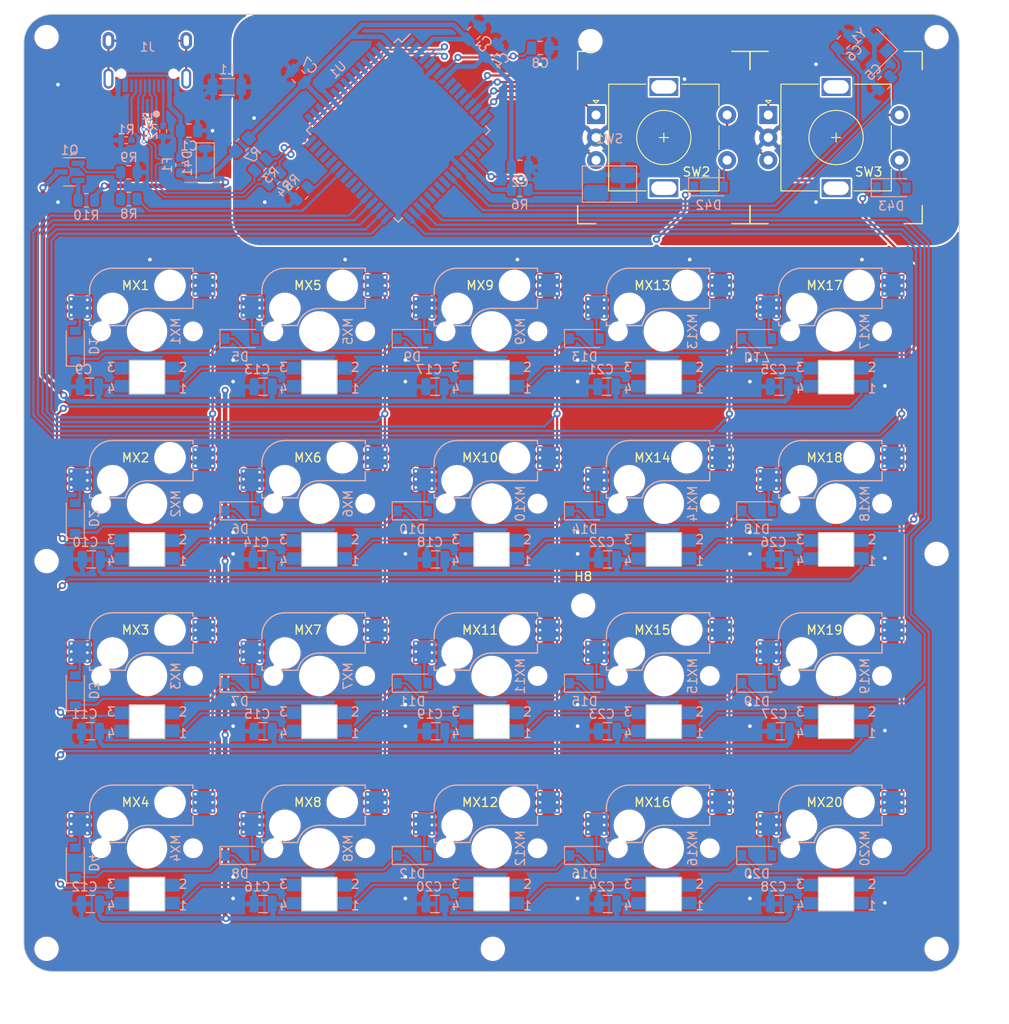
<source format=kicad_pcb>
(kicad_pcb (version 20211014) (generator pcbnew)
  (layers (0 "F.Cu" signal) (31 "B.Cu" signal) (34 "B.Paste" user) (35 "F.Paste" user) (36 "B.SilkS" user "B.Silkscreen") (37 "F.SilkS" user "F.Silkscreen") (38 "B.Mask" user) (39 "F.Mask" user) (44 "Edge.Cuts" user))
  (net 0 "")
  (net 1 "VBUS")
  (net 2 "GND")
  (net 3 "+5V")
  (net 4 "Net-(C5-Pad1)")
  (net 5 "Net-(C6-Pad1)")
  (net 6 "Net-(C8-Pad1)")
  (net 7 "ROW0")
  (net 8 "Net-(D1-Pad2)")
  (net 9 "ROW1")
  (net 10 "Net-(D2-Pad2)")
  (net 11 "ROW2")
  (net 12 "Net-(D3-Pad2)")
  (net 13 "ROW3")
  (net 14 "Net-(D4-Pad2)")
  (net 15 "Net-(D5-Pad2)")
  (net 16 "Net-(D6-Pad2)")
  (net 17 "Net-(D7-Pad2)")
  (net 18 "Net-(D8-Pad2)")
  (net 19 "Net-(D9-Pad2)")
  (net 20 "Net-(D10-Pad2)")
  (net 21 "Net-(D11-Pad2)")
  (net 22 "Net-(D12-Pad2)")
  (net 23 "Net-(D13-Pad2)")
  (net 24 "Net-(D14-Pad2)")
  (net 25 "Net-(D15-Pad2)")
  (net 26 "Net-(D16-Pad2)")
  (net 27 "Net-(D17-Pad2)")
  (net 28 "Net-(D18-Pad2)")
  (net 29 "Net-(D19-Pad2)")
  (net 30 "Net-(D20-Pad2)")
  (net 31 "Net-(D21-Pad1)")
  (net 32 "DataIN")
  (net 33 "Net-(D22-Pad1)")
  (net 34 "Net-(D23-Pad1)")
  (net 35 "Net-(D24-Pad1)")
  (net 36 "Net-(D25-Pad1)")
  (net 37 "Net-(D26-Pad1)")
  (net 38 "Net-(D27-Pad1)")
  (net 39 "Net-(D28-Pad1)")
  (net 40 "Net-(D29-Pad1)")
  (net 41 "Net-(D30-Pad1)")
  (net 42 "Net-(D31-Pad1)")
  (net 43 "Net-(D32-Pad1)")
  (net 44 "Net-(D33-Pad1)")
  (net 45 "Net-(D34-Pad1)")
  (net 46 "Net-(D35-Pad1)")
  (net 47 "Net-(D36-Pad1)")
  (net 48 "DataOUT")
  (net 49 "GNDREF")
  (net 50 "Net-(J1-PadA5)")
  (net 51 "DA-")
  (net 52 "Net-(J1-PadB5)")
  (net 54 "COL0")
  (net 55 "COL1")
  (net 56 "COL2")
  (net 57 "COL3")
  (net 58 "COL4")
  (net 59 "Net-(R5-Pad1)")
  (net 60 "Net-(R6-Pad2)")
  (net 77 "/Power_LED")
  (net 95 "Net-(D22-Pad3)")
  (net 96 "Net-(D23-Pad3)")
  (net 97 "Net-(D24-Pad3)")
  (net 99 "GNDPWR")
  (net 100 "DA+")
  (net 101 "Net-(D42-Pad2)")
  (net 102 "Net-(D43-Pad2)")
  (net 103 "/ROT_1B")
  (net 104 "/ROT_1A")
  (net 105 "/ROT_2B")
  (net 106 "/ROT_2A")
  (net 107 "COL5")
  (net 108 "Net-(SW2-PadS2)")
  (net 109 "/Power")
  (net 110 "Net-(Q1-Pad1)")
  (net 111 "Net-(Q1-Pad2)")
  (net 112 "Net-(U1-Pad42)")
  (footprint "led:SK6812MINI_3.5x3.7mm_SMD-Flipped-Back" (layer "F.Cu") (at 80.9625 65.0875)
    (fp_text reference "D21")
    (fp_text value "SK6812MINI")
    (fp_line (start 1.95 6.91) (end 1.95 3.21) (layer "Edge.Cuts") (width 0.12))
    (fp_line (start -1.95 6.91) (end 1.95 6.91) (layer "Edge.Cuts") (width 0.12))
    (fp_line (start 1.95 3.21) (end -1.95 3.21) (layer "Edge.Cuts") (width 0.12))
    (fp_line (start -1.95 3.21) (end -1.95 6.91) (layer "Edge.Cuts") (width 0.12))
  )
  (footprint "kailh-switches-hotswap:Kailh-Hotswap-1U" (layer "F.Cu") (at 119.0625 84.1375)
    (fp_text reference "MX10")
    (fp_text value "MX-NoLED")
  )
  (footprint "led:SK6812MINI_3.5x3.7mm_SMD-Flipped-Back" (layer "F.Cu") (at 157.1625 65.0875)
    (fp_text reference "D37")
    (fp_text value "SK6812MINI")
    (fp_line (start 1.95 6.91) (end 1.95 3.21) (layer "Edge.Cuts") (width 0.12))
    (fp_line (start 1.95 3.21) (end -1.95 3.21) (layer "Edge.Cuts") (width 0.12))
    (fp_line (start -1.95 6.91) (end 1.95 6.91) (layer "Edge.Cuts") (width 0.12))
    (fp_line (start -1.95 3.21) (end -1.95 6.91) (layer "Edge.Cuts") (width 0.12))
  )
  (footprint "led:RotaryEncoder_EC11E-Switch" (layer "F.Cu") (at 157.1625 43.65625)
    (fp_text reference "SW3")
    (fp_text value "RotaryEncoder_Switch")
  )
  (footprint "kailh-switches-hotswap:Kailh-Hotswap-1U" (layer "F.Cu") (at 157.1625 84.1375)
    (fp_text reference "MX18")
    (fp_text value "MX-NoLED")
  )
  (footprint "MountingHole:MountingHole_2.2mm_M2" (layer "F.Cu") (at 130 33)
    (fp_text reference "H1")
    (fp_text value "MountingHole")
  )
  (footprint "kailh-switches-hotswap:Kailh-Hotswap-1U" (layer "F.Cu") (at 100.0125 65.0875)
    (fp_text reference "MX5")
    (fp_text value "MX-NoLED")
  )
  (footprint "led:SK6812MINI_3.5x3.7mm_SMD-Flipped-Back" (layer "F.Cu") (at 119.0625 122.2375)
    (fp_text reference "D32")
    (fp_text value "SK6812MINI")
    (fp_line (start 1.95 3.21) (end -1.95 3.21) (layer "Edge.Cuts") (width 0.12))
    (fp_line (start -1.95 6.91) (end 1.95 6.91) (layer "Edge.Cuts") (width 0.12))
    (fp_line (start 1.95 6.91) (end 1.95 3.21) (layer "Edge.Cuts") (width 0.12))
    (fp_line (start -1.95 3.21) (end -1.95 6.91) (layer "Edge.Cuts") (width 0.12))
  )
  (footprint "led:SK6812MINI_3.5x3.7mm_SMD-Flipped-Back" (layer "F.Cu") (at 138.1125 84.1375)
    (fp_text reference "D34")
    (fp_text value "SK6812MINI")
    (fp_line (start 1.95 3.21) (end -1.95 3.21) (layer "Edge.Cuts") (width 0.12))
    (fp_line (start -1.95 6.91) (end 1.95 6.91) (layer "Edge.Cuts") (width 0.12))
    (fp_line (start -1.95 3.21) (end -1.95 6.91) (layer "Edge.Cuts") (width 0.12))
    (fp_line (start 1.95 6.91) (end 1.95 3.21) (layer "Edge.Cuts") (width 0.12))
  )
  (footprint "MountingHole:MountingHole_2.2mm_M2" (layer "F.Cu") (at 129.2 95.4)
    (fp_text reference "H8")
    (fp_text value "MountingHole")
  )
  (footprint "led:SK6812MINI_3.5x3.7mm_SMD-Flipped-Back" (layer "F.Cu") (at 80.9625 103.1875)
    (fp_text reference "D23")
    (fp_text value "SK6812MINI")
    (fp_line (start -1.95 3.21) (end -1.95 6.91) (layer "Edge.Cuts") (width 0.12))
    (fp_line (start 1.95 3.21) (end -1.95 3.21) (layer "Edge.Cuts") (width 0.12))
    (fp_line (start 1.95 6.91) (end 1.95 3.21) (layer "Edge.Cuts") (width 0.12))
    (fp_line (start -1.95 6.91) (end 1.95 6.91) (layer "Edge.Cuts") (width 0.12))
  )
  (footprint "led:SK6812MINI_3.5x3.7mm_SMD-Flipped-Back" (layer "F.Cu") (at 100.0125 65.0875)
    (fp_text reference "D25")
    (fp_text value "SK6812MINI")
    (fp_line (start -1.95 3.21) (end -1.95 6.91) (layer "Edge.Cuts") (width 0.12))
    (fp_line (start -1.95 6.91) (end 1.95 6.91) (layer "Edge.Cuts") (width 0.12))
    (fp_line (start 1.95 6.91) (end 1.95 3.21) (layer "Edge.Cuts") (width 0.12))
    (fp_line (start 1.95 3.21) (end -1.95 3.21) (layer "Edge.Cuts") (width 0.12))
  )
  (footprint "MountingHole:MountingHole_2.2mm_M2" (layer "F.Cu") (at 168.275 133.35)
    (fp_text reference "H5")
    (fp_text value "MountingHole")
  )
  (footprint "MountingHole:MountingHole_2.2mm_M2" (layer "F.Cu") (at 69.85 32.54375)
    (fp_text reference "H4")
    (fp_text value "MountingHole")
  )
  (footprint "kailh-switches-hotswap:Kailh-Hotswap-1U" (layer "F.Cu") (at 157.1625 122.2375)
    (fp_text reference "MX20")
    (fp_text value "MX-NoLED")
  )
  (footprint "kailh-switches-hotswap:Kailh-Hotswap-1U" (layer "F.Cu") (at 80.9625 84.1375)
    (fp_text reference "MX2")
    (fp_text value "MX-NoLED")
  )
  (footprint "kailh-switches-hotswap:Kailh-Hotswap-1U" (layer "F.Cu") (at 100.0125 103.1875)
    (fp_text reference "MX7")
    (fp_text value "MX-NoLED")
  )
  (footprint "kailh-switches-hotswap:Kailh-Hotswap-1U" (layer "F.Cu") (at 80.9625 65.0875)
    (fp_text reference "MX1")
    (fp_text value "MX-NoLED")
  )
  (footprint "kailh-switches-hotswap:Kailh-Hotswap-1U" (layer "F.Cu") (at 80.9625 103.1875)
    (fp_text reference "MX3")
    (fp_text value "MX-NoLED")
  )
  (footprint "kailh-switches-hotswap:Kailh-Hotswap-1U" (layer "F.Cu") (at 100.0125 84.1375)
    (fp_text reference "MX6")
    (fp_text value "MX-NoLED")
  )
  (footprint "kailh-switches-hotswap:Kailh-Hotswap-1U" (layer "F.Cu") (at 157.1625 65.0875)
    (fp_text reference "MX17")
    (fp_text value "MX-NoLED")
  )
  (footprint "kailh-switches-hotswap:Kailh-Hotswap-1U" (layer "F.Cu") (at 119.0625 103.1875)
    (fp_text reference "MX11")
    (fp_text value "MX-NoLED")
  )
  (footprint "kailh-switches-hotswap:Kailh-Hotswap-1U" (layer "F.Cu") (at 119.0625 65.0875)
    (fp_text reference "MX9")
    (fp_text value "MX-NoLED")
  )
  (footprint "kailh-switches-hotswap:Kailh-Hotswap-1U" (layer "F.Cu") (at 138.1125 122.2375)
    (fp_text reference "MX16")
    (fp_text value "MX-NoLED")
  )
  (footprint "led:SK6812MINI_3.5x3.7mm_SMD-Flipped-Back" (layer "F.Cu") (at 100.0125 84.1375)
    (fp_text reference "D26")
    (fp_text value "SK6812MINI")
    (fp_line (start -1.95 3.21) (end -1.95 6.91) (layer "Edge.Cuts") (width 0.12))
    (fp_line (start 1.95 3.21) (end -1.95 3.21) (layer "Edge.Cuts") (width 0.12))
    (fp_line (start 1.95 6.91) (end 1.95 3.21) (layer "Edge.Cuts") (width 0.12))
    (fp_line (start -1.95 6.91) (end 1.95 6.91) (layer "Edge.Cuts") (width 0.12))
  )
  (footprint "MountingHole:MountingHole_2.2mm_M2" (layer "F.Cu") (at 119.2 133.35)
    (fp_text reference "H7")
    (fp_text value "MountingHole")
  )
  (footprint "led:SK6812MINI_3.5x3.7mm_SMD-Flipped-Back" (layer "F.Cu") (at 157.1625 84.1375)
    (fp_text reference "D38")
    (fp_text value "SK6812MINI")
    (fp_line (start -1.95 6.91) (end 1.95 6.91) (layer "Edge.Cuts") (width 0.12))
    (fp_line (start 1.95 6.91) (end 1.95 3.21) (layer "Edge.Cuts") (width 0.12))
    (fp_line (start 1.95 3.21) (end -1.95 3.21) (layer "Edge.Cuts") (width 0.12))
    (fp_line (start -1.95 3.21) (end -1.95 6.91) (layer "Edge.Cuts") (width 0.12))
  )
  (footprint "led:SK6812MINI_3.5x3.7mm_SMD-Flipped-Back" (layer "F.Cu") (at 80.9625 122.2375)
    (fp_text reference "D24")
    (fp_text value "SK6812MINI")
    (fp_line (start -1.95 6.91) (end 1.95 6.91) (layer "Edge.Cuts") (width 0.12))
    (fp_line (start 1.95 6.91) (end 1.95 3.21) (layer "Edge.Cuts") (width 0.12))
    (fp_line (start 1.95 3.21) (end -1.95 3.21) (layer "Edge.Cuts") (width 0.12))
    (fp_line (start -1.95 3.21) (end -1.95 6.91) (layer "Edge.Cuts") (width 0.12))
  )
  (footprint "led:SK6812MINI_3.5x3.7mm_SMD-Flipped-Back" (layer "F.Cu") (at 80.9625 84.1375)
    (fp_text reference "D22")
    (fp_text value "SK6812MINI")
    (fp_line (start -1.95 3.21) (end -1.95 6.91) (layer "Edge.Cuts") (width 0.12))
    (fp_line (start -1.95 6.91) (end 1.95 6.91) (layer "Edge.Cuts") (width 0.12))
    (fp_line (start 1.95 6.91) (end 1.95 3.21) (layer "Edge.Cuts") (width 0.12))
    (fp_line (start 1.95 3.21) (end -1.95 3.21) (layer "Edge.Cuts") (width 0.12))
  )
  (footprint "led:SK6812MINI_3.5x3.7mm_SMD-Flipped-Back" (layer "F.Cu") (at 138.1125 122.2375)
    (fp_text reference "D36")
    (fp_text value "SK6812MINI")
    (fp_line (start 1.95 6.91) (end 1.95 3.21) (layer "Edge.Cuts") (width 0.12))
    (fp_line (start 1.95 3.21) (end -1.95 3.21) (layer "Edge.Cuts") (width 0.12))
    (fp_line (start -1.95 6.91) (end 1.95 6.91) (layer "Edge.Cuts") (width 0.12))
    (fp_line (start -1.95 3.21) (end -1.95 6.91) (layer "Edge.Cuts") (width 0.12))
  )
  (footprint "kailh-switches-hotswap:Kailh-Hotswap-1U" (layer "F.Cu") (at 157.1625 103.1875)
    (fp_text reference "MX19")
    (fp_text value "MX-NoLED")
  )
  (footprint "kailh-switches-hotswap:Kailh-Hotswap-1U" (layer "F.Cu") (at 119.0625 122.2375)
    (fp_text reference "MX12")
    (fp_text value "MX-NoLED")
  )
  (footprint "led:SK6812MINI_3.5x3.7mm_SMD-Flipped-Back" (layer "F.Cu") (at 138.1125 65.0875)
    (fp_text reference "D33")
    (fp_text value "SK6812MINI")
    (fp_line (start -1.95 3.21) (end -1.95 6.91) (layer "Edge.Cuts") (width 0.12))
    (fp_line (start 1.95 6.91) (end 1.95 3.21) (layer "Edge.Cuts") (width 0.12))
    (fp_line (start 1.95 3.21) (end -1.95 3.21) (layer "Edge.Cuts") (width 0.12))
    (fp_line (start -1.95 6.91) (end 1.95 6.91) (layer "Edge.Cuts") (width 0.12))
  )
  (footprint "kailh-switches-hotswap:Kailh-Hotswap-1U" (layer "F.Cu") (at 100.0125 122.2375)
    (fp_text reference "MX8")
    (fp_text value "MX-NoLED")
  )
  (footprint "MountingHole:MountingHole_2.2mm_M2" (layer "F.Cu") (at 69.85 133.35)
    (fp_text reference "H6")
    (fp_text value "MountingHole")
  )
  (footprint "led:SK6812MINI_3.5x3.7mm_SMD-Flipped-Back" (layer "F.Cu") (at 157.1625 103.1875)
    (fp_text reference "D39")
    (fp_text value "SK6812MINI")
    (fp_line (start -1.95 6.91) (end 1.95 6.91) (layer "Edge.Cuts") (width 0.12))
    (fp_line (start -1.95 3.21) (end -1.95 6.91) (layer "Edge.Cuts") (width 0.12))
    (fp_line (start 1.95 3.21) (end -1.95 3.21) (layer "Edge.Cuts") (width 0.12))
    (fp_line (start 1.95 6.91) (end 1.95 3.21) (layer "Edge.Cuts") (width 0.12))
  )
  (footprint "MountingHole:MountingHole_2.2mm_M2" (layer "F.Cu") (at 168.275 32.54375)
    (fp_text reference "H3")
    (fp_text value "MountingHole")
  )
  (footprint "led:SK6812MINI_3.5x3.7mm_SMD-Flipped-Back" (layer "F.Cu") (at 119.0625 84.1375)
    (fp_text reference "D30")
    (fp_text value "SK6812MINI")
    (fp_line (start -1.95 3.21) (end -1.95 6.91) (layer "Edge.Cuts") (width 0.12))
    (fp_line (start -1.95 6.91) (end 1.95 6.91) (layer "Edge.Cuts") (width 0.12))
    (fp_line (start 1.95 3.21) (end -1.95 3.21) (layer "Edge.Cuts") (width 0.12))
    (fp_line (start 1.95 6.91) (end 1.95 3.21) (layer "Edge.Cuts") (width 0.12))
  )
  (footprint "kailh-switches-hotswap:Kailh-Hotswap-1U" (layer "F.Cu") (at 80.9625 122.2375)
    (fp_text reference "MX4")
    (fp_text value "MX-NoLED")
  )
  (footprint "led:SK6812MINI_3.5x3.7mm_SMD-Flipped-Back" (layer "F.Cu") (at 100.0125 103.1875)
    (fp_text reference "D27")
    (fp_text value "SK6812MINI")
    (fp_line (start 1.95 3.21) (end -1.95 3.21) (layer "Edge.Cuts") (width 0.12))
    (fp_line (start -1.95 6.91) (end 1.95 6.91) (layer "Edge.Cuts") (width 0.12))
    (fp_line (start 1.95 6.91) (end 1.95 3.21) (layer "Edge.Cuts") (width 0.12))
    (fp_line (start -1.95 3.21) (end -1.95 6.91) (layer "Edge.Cuts") (width 0.12))
  )
  (footprint "led:SK6812MINI_3.5x3.7mm_SMD-Flipped-Back" (layer "F.Cu") (at 157.1625 122.2375)
    (fp_text reference "D40")
    (fp_text value "SK6812MINI")
    (fp_line (start 1.95 6.91) (end 1.95 3.21) (layer "Edge.Cuts") (width 0.12))
    (fp_line (start -1.95 6.91) (end 1.95 6.91) (layer "Edge.Cuts") (width 0.12))
    (fp_line (start 1.95 3.21) (end -1.95 3.21) (layer "Edge.Cuts") (width 0.12))
    (fp_line (start -1.95 3.21) (end -1.95 6.91) (layer "Edge.Cuts") (width 0.12))
  )
  (footprint "kailh-switches-hotswap:Kailh-Hotswap-1U" (layer "F.Cu") (at 138.1125 84.1375)
    (fp_text reference "MX14")
    (fp_text value "MX-NoLED")
  )
  (footprint "led:SK6812MINI_3.5x3.7mm_SMD-Flipped-Back" (layer "F.Cu") (at 119.0625 65.0875)
    (fp_text reference "D29")
    (fp_text value "SK6812MINI")
    (fp_line (start 1.95 6.91) (end 1.95 3.21) (layer "Edge.Cuts") (width 0.12))
    (fp_line (start 1.95 3.21) (end -1.95 3.21) (layer "Edge.Cuts") (width 0.12))
    (fp_line (start -1.95 3.21) (end -1.95 6.91) (layer "Edge.Cuts") (width 0.12))
    (fp_line (start -1.95 6.91) (end 1.95 6.91) (layer "Edge.Cuts") (width 0.12))
  )
  (footprint "MountingHole:MountingHole_2.2mm_M2" (layer "F.Cu") (at 69.85 90.4875)
    (fp_text reference "H2")
    (fp_text value "MountingHole")
  )
  (footprint "MountingHole:MountingHole_2.2mm_M2" (layer "F.Cu") (at 168.275 89.69375)
    (fp_text reference "H9")
    (fp_text value "MountingHole")
  )
  (footprint "led:RotaryEncoder_EC11E-Switch" (layer "F.Cu") (at 138.1125 43.65625)
    (fp_text reference "SW2")
    (fp_text value "RotaryEncoder_Switch")
  )
  (footprint "kailh-switches-hotswap:Kailh-Hotswap-1U" (layer "F.Cu") (at 138.1125 65.0875)
    (fp_text reference "MX13")
    (fp_text value "MX-NoLED")
  )
  (footprint "kailh-switches-hotswap:Kailh-Hotswap-1U" (layer "F.Cu") (at 138.1125 103.1875)
    (fp_text reference "MX15")
    (fp_text value "MX-NoLED")
  )
  (footprint "led:SK6812MINI_3.5x3.7mm_SMD-Flipped-Back" (layer "F.Cu") (at 138.1125 103.1875)
    (fp_text reference "D35")
    (fp_text value "SK6812MINI")
    (fp_line (start 1.95 6.91) (end 1.95 3.21) (layer "Edge.Cuts") (width 0.12))
    (fp_line (start 1.95 3.21) (end -1.95 3.21) (layer "Edge.Cuts") (width 0.12))
    (fp_line (start -1.95 6.91) (end 1.95 6.91) (layer "Edge.Cuts") (width 0.12))
    (fp_line (start -1.95 3.21) (end -1.95 6.91) (layer "Edge.Cuts") (width 0.12))
  )
  (footprint "led:SK6812MINI_3.5x3.7mm_SMD-Flipped-Back" (layer "F.Cu") (at 100.0125 122.2375)
    (fp_text reference "D28")
    (fp_text value "SK6812MINI")
    (fp_line (start -1.95 3.21) (end -1.95 6.91) (layer "Edge.Cuts") (width 0.12))
    (fp_line (start 1.95 3.21) (end -1.95 3.21) (layer "Edge.Cuts") (width 0.12))
    (fp_line (start 1.95 6.91) (end 1.95 3.21) (layer "Edge.Cuts") (width 0.12))
    (fp_line (start -1.95 6.91) (end 1.95 6.91) (layer "Edge.Cuts") (width 0.12))
  )
  (footprint "led:SK6812MINI_3.5x3.7mm_SMD-Flipped-Back" (layer "F.Cu") (at 119.0625 103.1875)
    (fp_text reference "D31")
    (fp_text value "SK6812MINI")
    (fp_line (start 1.95 3.21) (end -1.95 3.21) (layer "Edge.Cuts") (width 0.12))
    (fp_line (start -1.95 3.21) (end -1.95 6.91) (layer "Edge.Cuts") (width 0.12))
    (fp_line (start 1.95 6.91) (end 1.95 3.21) (layer "Edge.Cuts") (width 0.12))
    (fp_line (start -1.95 6.91) (end 1.95 6.91) (layer "Edge.Cuts") (width 0.12))
  )
  (footprint "led:led_capacitor" (layer "B.Cu") (at 74.8 90.3 180)
    (fp_text reference "C10")
    (fp_text value "100nF")
  )
  (footprint "led:D_SOD-123" (layer "B.Cu") (at 143.1 49.1)
    (fp_text reference "D42")
    (fp_text value "1.25V@150mA")
  )
  (footprint "Resistor_SMD:R_0402_1005Metric_Pad0.72x0.64mm_HandSolder" (layer "B.Cu") (at 78.65 43.95 180)
    (fp_text reference "R1")
    (fp_text value "5.1k")
  )
  (footprint "led:led_capacitor" (layer "B.Cu") (at 93.7 90.3 180)
    (fp_text reference "C14")
    (fp_text value "100nF")
  )
  (footprint "led:led_capacitor" (layer "B.Cu") (at 131.8 71.2 180)
    (fp_text reference "C21")
    (fp_text value "100nF")
  )
  (footprint "led:D_SOD-123" (layer "B.Cu") (at 163.3 49.2)
    (fp_text reference "D43")
    (fp_text value "1.25V@150mA")
  )
  (footprint "led:led_capacitor" (layer "B.Cu") (at 93.8 71.2 180)
    (fp_text reference "C13")
    (fp_text value "100nF")
  )
  (footprint "Resistor_SMD:R_0805_2012Metric" (layer "B.Cu") (at 78.95 47.5 180)
    (fp_text reference "R9")
    (fp_text value "10k")
  )
  (footprint "led:D_SOD-123" (layer "B.Cu") (at 73.025 66.675 90)
    (fp_text reference "D1")
    (fp_text value "1.25V@150mA")
  )
  (footprint "led:D_SOD-123" (layer "B.Cu") (at 91.28125 123.03125)
    (fp_text reference "D8")
    (fp_text value "1.25V@150mA")
  )
  (footprint "led:D_SOD-123" (layer "B.Cu") (at 148.43125 65.88125)
    (fp_text reference "D17")
    (fp_text value "1.25V@150mA")
  )
  (footprint "led:led_capacitor" (layer "B.Cu") (at 93.8 128.4 180)
    (fp_text reference "C16")
    (fp_text value "100nF")
  )
  (footprint "led:led_capacitor" (layer "B.Cu") (at 150.9 128.4 180)
    (fp_text reference "C28")
    (fp_text value "100nF")
  )
  (footprint "led:D_SOD-123" (layer "B.Cu") (at 129.38125 123.03125)
    (fp_text reference "D16")
    (fp_text value "1.25V@150mA")
  )
  (footprint "Crystal:Crystal_SMD_3225-4Pin_3.2x2.5mm" (layer "B.Cu") (at 161.393901 34.204018 -135)
    (fp_text reference "Y1")
    (fp_text value "Crystal_GND24_Small")
  )
  (footprint "led:D_SOD-123" (layer "B.Cu") (at 91.28125 103.98125)
    (fp_text reference "D7")
    (fp_text value "1.25V@150mA")
  )
  (footprint "Capacitor_SMD:C_0805_2012Metric" (layer "B.Cu") (at 97.7 36.9 135)
    (fp_text reference "C7")
    (fp_text value "10uF")
  )
  (footprint "led:D_SOD-123" (layer "B.Cu") (at 73.025 104.775 90)
    (fp_text reference "D3")
    (fp_text value "1.25V@150mA")
  )
  (footprint "led:D_SOD-123" (layer "B.Cu") (at 110.33125 123.03125)
    (fp_text reference "D12")
    (fp_text value "1.25V@150mA")
  )
  (footprint "Resistor_SMD:R_0805_2012Metric" (layer "B.Cu") (at 74.25 50.6)
    (fp_text reference "R10")
    (fp_text value "46")
  )
  (footprint "Capacitor_SMD:C_0805_2012Metric" (layer "B.Cu") (at 122.2 46.9)
    (fp_text reference "C2")
    (fp_text value "0.1uF")
  )
  (footprint "led:led_capacitor" (layer "B.Cu") (at 74.6 71.2 180)
    (fp_text reference "C9")
    (fp_text value "100nF")
  )
  (footprint "Diode_SMD:D_SOD-123" (layer "B.Cu") (at 87.4 46.5 -90)
    (fp_text reference "D41")
    (fp_text value "SMF9.0CA")
  )
  (footprint "led:D_SOD-123" (layer "B.Cu") (at 91.28125 65.88125)
    (fp_text reference "D5")
    (fp_text value "1.25V@150mA")
  )
  (footprint "led:led_capacitor" (layer "B.Cu") (at 93.8 109.3 180)
    (fp_text reference "C15")
    (fp_text value "100nF")
  )
  (footprint "led:led_capacitor" (layer "B.Cu") (at 131.9 109.3 180)
    (fp_text reference "C23")
    (fp_text value "100nF")
  )
  (footprint "Resistor_SMD:R_0805_2012Metric_Pad1.20x1.40mm_HandSolder" (layer "B.Cu") (at 91.5 44.45 45)
    (fp_text reference "R7")
    (fp_text value "60")
  )
  (footprint "led:led_capacitor" (layer "B.Cu") (at 112.9 90.3 180)
    (fp_text reference "C18")
    (fp_text value "100nF")
  )
  (footprint "led:led_capacitor" (layer "B.Cu") (at 151 109.3 180)
    (fp_text reference "C27")
    (fp_text value "100nF")
  )
  (footprint "led:led_capacitor" (layer "B.Cu") (at 112.8 128.4 180)
    (fp_text reference "C20")
    (fp_text value "100nF")
  )
  (footprint "Capacitor_SMD:C_0805_2012Metric" (layer "B.Cu") (at 85.6 42.9)
    (fp_text reference "C1")
    (fp_text value "10u")
  )
  (footprint "led:D_SOD-123" (layer "B.Cu") (at 148.43125 84.93125)
    (fp_text reference "D18")
    (fp_text value "1.25V@150mA")
  )
  (footprint "led:D_SOD-123" (layer "B.Cu") (at 73.025 85.725 90)
    (fp_text reference "D2")
    (fp_text value "1.25V@150mA")
  )
  (footprint "Resistor_SMD:R_0805_2012Metric" (layer "B.Cu") (at 78.95 50.45)
    (fp_text reference "R8")
    (fp_text value "10k")
  )
  (footprint "led:D_SOD-123" (layer "B.Cu") (at 110.33125 84.93125)
    (fp_text reference "D10")
    (fp_text value "1.25V@150mA")
  )
  (footprint "led:D_SOD-123" (layer "B.Cu") (at 110.33125 103.98125)
    (fp_text reference "D11")
    (fp_text value "1.25V@150mA")
  )
  (footprint "led:switch_without_switch" (layer "B.Cu") (at 132.1 48.8 180)
    (fp_text reference "SW1")
    (fp_text value "SW_Push")
  )
  (footprint "Inductor_SMD:L_1206_3216Metric" (layer "B.Cu") (at 89.8 38.05 180)
    (fp_text reference "L1")
    (fp_text value "60R@100MHz")
  )
  (footprint "acheron_Connectors:TYPE-C-31-M-12" (layer "B.Cu") (at 80.9975 38.65)
    (fp_text reference "J1")
    (fp_text value "TYPE-C-31-M12_13")
  )
  (footprint "Resistor_SMD:R_0402_1005Metric_Pad0.72x0.64mm_HandSolder" (layer "B.Cu") (at 82.75 42.95 -90)
    (fp_text reference "R2")
    (fp_text value "5.1k")
  )
  (footprint "led:led_capacitor" (layer "B.Cu") (at 112.9 109.3 180)
    (fp_text reference "C19")
    (fp_text value "100nF")
  )
  (footprint "led:led_capacitor" (layer "B.Cu") (at 131.9 128.4 180)
    (fp_text reference "C24")
    (fp_text value "100nF")
  )
  (footprint "acheron_Components:USON-10_2.5x1.0mm_P0.5mm" (layer "B.Cu") (at 80.9975 40.05 90)
    (fp_text reference "U2")
    (fp_text value "TPD4E05U06DQAR")
  )
  (footprint "Capacitor_SMD:C_0805_2012Metric" (layer "B.Cu") (at 124.45 33.75)
    (fp_text reference "C8")
    (fp_text value "1uF")
  )
  (footprint "led:D_SOD-123" (layer "B.Cu") (at 129.38125 84.93125)
    (fp_text reference "D14")
    (fp_text value "1.25V@150mA")
  )
  (footprint "Capacitor_SMD:C_0805_2012Metric" (layer "B.Cu") (at 157.993901 33.104018 45)
    (fp_text reference "C6")
    (fp_text value "22pF")
  )
  (footprint "Resistor_SMD:R_0805_2012Metric" (layer "B.Cu") (at 95 48.15 45)
    (fp_text reference "R4")
    (fp_text value "22")
  )
  (footprint "led:led_capacitor" (layer "B.Cu") (at 112.8 71.2 180)
    (fp_text reference "C17")
    (fp_text value "100nF")
  )
  (footprint "Resistor_SMD:R_0805_2012Metric" (layer "B.Cu") (at 93.5 46.65 45)
    (fp_text reference "R3")
    (fp_text value "22")
  )
  (footprint "Fuse:Fuse_0603_1608Metric_Pad1.05x0.95mm_HandSolder" (layer "B.Cu") (at 84.6475 46.7 -90)
    (fp_text reference "F1")
    (fp_text value "ASMD1206-150")
  )
  (footprint "led:D_SOD-123" (layer "B.Cu") (at 91.28125 84.93125)
    (fp_text reference "D6")
    (fp_text value "1.25V@150mA")
  )
  (footprint "led:D_SOD-123" (layer "B.Cu") (at 73.025 123.825 90)
    (fp_text reference "D4")
    (fp_text value "1.25V@150mA")
  )
  (footprint "led:led_capacitor" (layer "B.Cu") (at 150.9 71.2 180)
    (fp_text reference "C25")
    (fp_text value "100nF")
  )
  (footprint "Capacitor_SMD:C_0805_2012Metric" (layer "B.Cu") (at 162.493901 37.604018 -135)
    (fp_text reference "C5")
    (fp_text value "22pF")
  )
  (footprint "Resistor_SMD:R_0805_2012Metric" (layer "B.Cu") (at 98.1 49.8 -135)
    (fp_text reference "R5")
    (fp_text value "10k")
  )
  (footprint "Package_QFP:TQFP-64_14x14mm_P0.8mm" (layer "B.Cu") (at 108.7369 42.8598 -135)
    (fp_text reference "U1")
    (fp_text value "AT90USB1286-AU")
  )
  (footprint "led:D_SOD-123" (layer "B.Cu") (at 129.38125 65.88125)
    (fp_text reference "D13")
    (fp_text value "1.25V@150mA")
  )
  (footprint "led:D_SOD-123" (layer "B.Cu") (at 110.33125 65.88125)
    (fp_text reference "D9")
    (fp_text value "1.25V@150mA")
  )
  (footprint "led:D_SOD-123" (layer "B.Cu") (at 148.43125 103.98125)
    (fp_text reference "D19")
    (fp_text value "1.25V@150mA")
  )
  (footprint "led:led_capacitor" (layer "B.Cu") (at 74.7 128.4 180)
    (fp_text reference "C12")
    (fp_text value "100nF")
  )
  (footprint "Package_TO_SOT_SMD:SOT-23" (layer "B.Cu") (at 72.4 47.45 180)
    (fp_text reference "Q1")
    (fp_text value "2N7002")
  )
  (footprint "Capacitor_SMD:C_0805_2012Metric" (layer "B.Cu") (at 119 34 45)
    (fp_text reference "C4")
    (fp_text value "0.1uF")
  )
  (footprint "led:led_capacitor" (layer "B.Cu") (at 150.9 90.3 180)
    (fp_text reference "C26")
    (fp_text value "100nF")
  )
  (footprint "led:D_SOD-123" (layer "B.Cu") (at 148.43125 123.03125)
    (fp_text reference "D20")
    (fp_text value "1.25V@150mA")
  )
  (footprint "led:led_capacitor" (layer "B.Cu") (at 131.9 90.3 180)
    (fp_text reference "C22")
    (fp_text value "100nF")
  )
  (footprint "led:D_SOD-123" (layer "B.Cu") (at 129.38125 103.98125)
    (fp_text reference "D15")
    (fp_text value "1.25V@150mA")
  )
  (footprint "Resistor_SMD:R_0805_2012Metric" (layer "B.Cu") (at 122.1857 49.4157)
    (fp_text reference "R6")
    (fp_text value "10k")
  )
  (footprint "Capacitor_SMD:C_0805_2012Metric" (layer "B.Cu") (at 117.1 32.1 45)
    (fp_text reference "C3")
    (fp_text value "0.1uF")
  )
  (footprint "led:led_capacitor" (layer "B.Cu") (at 74.7 109.3 180)
    (fp_text reference "C11")
    (fp_text value "100nF")
  )
  (gr_arc (start 70.507564 135.867436) (mid 68.2625 134.9375) (end 67.332564 132.692436) (layer "Edge.Cuts") (width 0.1))
  (gr_arc (start 170.792436 132.692436) (mid 169.8625 134.9375) (end 167.617436 135.867436) (layer "Edge.Cuts") (width 0.1))
  (gr_line (start 67.332564 33.201314) (end 67.332564 132.692436) (layer "Edge.Cuts") (width 0.1))
  (gr_arc (start 67.332564 33.201314) (mid 68.2625 30.95625) (end 70.507564 30.026314) (layer "Edge.Cuts") (width 0.1))
  (gr_line (start 170.792436 132.692436) (end 170.792436 33.201314) (layer "Edge.Cuts") (width 0.1))
  (gr_arc (start 167.617436 30.026314) (mid 169.8625 30.95625) (end 170.792436 33.201314) (layer "Edge.Cuts") (width 0.1))
  (gr_line (start 70.507564 135.867436) (end 167.617436 135.867436) (layer "Edge.Cuts") (width 0.1))
  (gr_line (start 167.617436 30.026314) (end 70.507564 30.026314) (layer "Edge.Cuts") (width 0.1))
  (segment (start 84.6475 42.9025) (end 84.65 42.9) (width 0.508) (layer "B.Cu") (net 1))
  (segment (start 83.099227 36.8) (end 83.4475 37.148273) (width 0.25) (layer "B.Cu") (net 1))
  (segment (start 84.65 41.4) (end 83.4475 40.1975) (width 0.508) (layer "B.Cu") (net 1))
  (segment (start 83.4475 37.148273) (end 83.4475 37.925) (width 0.25) (layer "B.Cu") (net 1))
  (segment (start 78.5475 37.148273) (end 78.895773 36.8) (width 0.25) (layer "B.Cu") (net 1))
  (segment (start 84.65 42.9) (end 84.65 41.4) (width 0.508) (layer "B.Cu") (net 1))
  (segment (start 84.6475 45.825) (end 84.6475 42.9025) (width 0.508) (layer "B.Cu") (net 1))
  (segment (start 78.895773 36.8) (end 83.099227 36.8) (width 0.25) (layer "B.Cu") (net 1))
  (segment (start 78.5475 37.925) (end 78.5475 37.148273) (width 0.25) (layer "B.Cu") (net 1))
  (segment (start 83.4475 40.1975) (end 83.4475 37.925) (width 0.508) (layer "B.Cu") (net 1))
  (via (at 140.4 37.2) (size 0.8) (drill 0.4) (layers "F.Cu" "B.Cu") (net 2))
  (via (at 92.8 41.5) (size 0.8) (drill 0.4) (layers "F.Cu" "B.Cu") (net 2))
  (via (at 154.94 35.56) (size 0.8) (drill 0.4) (layers "F.Cu" "B.Cu") (net 2))
  (via (at 93.98 50.8) (size 0.8) (drill 0.4) (layers "F.Cu" "B.Cu") (net 2))
  (via (at 124.46 35.56) (size 0.8) (drill 0.4) (layers "F.Cu" "B.Cu") (net 2))
  (via (at 154.94 50.8) (size 0.8) (drill 0.4) (layers "F.Cu" "B.Cu") (net 2))
  (segment (start 161.217124 37.670743) (end 161.82215 38.275769) (width 0.508) (layer "B.Cu") (net 2))
  (segment (start 161.570678 32.82516) (end 161.4 32.995838) (width 0.508) (layer "B.Cu") (net 2))
  (segment (start 161.4 32.995838) (end 161.4 35.4) (width 0.508) (layer "B.Cu") (net 2))
  (segment (start 158.665652 32.432267) (end 161.177785 32.432267) (width 0.508) (layer "B.Cu") (net 2))
  (segment (start 161.177785 32.432267) (end 161.570678 32.82516) (width 0.508) (layer "B.Cu") (net 2))
  (segment (start 123.15 46.9) (end 124.05 47.8) (width 0.508) (layer "B.Cu") (net 2))
  (segment (start 161.4 35.4) (end 161.217124 35.582876) (width 0.508) (layer "B.Cu") (net 2))
  (segment (start 161.217124 35.582876) (end 161.217124 37.670743) (width 0.508) (layer "B.Cu") (net 2))
  (segment (start 124.05 47.8) (end 133.6 47.8) (width 0.508) (layer "B.Cu") (net 2))
  (segment (start 121.25 49.3925) (end 121.2732 49.4157) (width 0.508) (layer "B.Cu") (net 3))
  (segment (start 121.25 37.593502) (end 121.25 46.9) (width 0.508) (layer "B.Cu") (net 3))
  (segment (start 114.856498 31.2) (end 116.428249 32.771751) (width 0.508) (layer "B.Cu") (net 3))
  (segment (start 98.371751 37.578249) (end 98.371751 37.571751) (width 0.508) (layer "B.Cu") (net 3))
  (segment (start 113.89878 37.132235) (end 115.231015 35.8) (width 0.508) (layer "B.Cu") (net 3))
  (segment (start 92.207107 43.742893) (end 98.371751 37.578249) (width 0.508) (layer "B.Cu") (net 3))
  (segment (start 98.371751 37.58582) (end 100.746593 39.960662) (width 0.508) (layer "B.Cu") (net 3))
  (segment (start 98.371751 37.571751) (end 98.371751 37.58582) (width 0.508) (layer "B.Cu") (net 3))
  (segment (start 119.252598 49.4157) (end 121.2732 49.4157) (width 0.508) (layer "B.Cu") (net 3))
  (segment (start 104.743502 31.2) (end 114.856498 31.2) (width 0.508) (layer "B.Cu") (net 3))
  (segment (start 102.721751 33.221751) (end 103.443502 32.5) (width 0.508) (layer "B.Cu") (net 3))
  (segment (start 106.862381 32.5) (end 107.534818 33.172437) (width 0.508) (layer "B.Cu") (net 3))
  (segment (start 98.371751 37.571751) (end 102.721751 33.221751) (width 0.508) (layer "B.Cu") (net 3))
  (segment (start 102.721751 33.221751) (end 104.743502 31.2) (width 0.508) (layer "B.Cu") (net 3))
  (segment (start 117.2 35.8) (end 118.328249 34.671751) (width 0.508) (layer "B.Cu") (net 3))
  (segment (start 118.328249 34.671751) (end 121.25 37.593502) (width 0.508) (layer "B.Cu") (net 3))
  (segment (start 121.25 46.9) (end 121.25 49.3925) (width 0.508) (layer "B.Cu") (net 3))
  (segment (start 116.428249 32.771751) (end 118.328249 34.671751) (width 0.508) (layer "B.Cu") (net 3))
  (segment (start 116.428249 32.771751) (end 112.602409 32.771751) (width 0.508) (layer "B.Cu") (net 3))
  (segment (start 103.443502 32.5) (end 106.862381 32.5) (width 0.508) (layer "B.Cu") (net 3))
  (segment (start 112.602409 32.771751) (end 111.070352 34.303808) (width 0.508) (layer "B.Cu") (net 3))
  (segment (start 115.231015 35.8) (end 117.2 35.8) (width 0.508) (layer "B.Cu") (net 3))
  (segment (start 116.161521 46.324623) (end 119.252598 49.4157) (width 0.508) (layer "B.Cu") (net 3))
  (segment (start 163.165652 39.227848) (end 163.165652 36.932267) (width 0.25) (layer "B.Cu") (net 4))
  (segment (start 118.142785 51.7) (end 150.6935 51.7) (width 0.25) (layer "B.Cu") (net 4))
  (segment (start 114.464465 48.02168) (end 118.142785 51.7) (width 0.25) (layer "B.Cu") (net 4))
  (segment (start 161.29675 41.09675) (end 162.7085 39.685) (width 0.25) (layer "B.Cu") (net 4))
  (segment (start 150.6935 51.7) (end 161.29675 41.09675) (width 0.25) (layer "B.Cu") (net 4))
  (segment (start 163.165652 36.932267) (end 164.093901 36.004018) (width 0.25) (layer "B.Cu") (net 4))
  (segment (start 164.093901 35.348383) (end 162.772759 34.027241) (width 0.25) (layer "B.Cu") (net 4))
  (segment (start 164.093901 36.004018) (end 164.093901 35.348383) (width 0.25) (layer "B.Cu") (net 4))
  (segment (start 161.29675 41.09675) (end 163.165652 39.227848) (width 0.25) (layer "B.Cu") (net 4))
  (segment (start 162.7085 39.685) (end 162.715 39.685) (width 0.25) (layer "B.Cu") (net 4))
  (segment (start 162.715 39.685) (end 163.2 39.2) (width 0.25) (layer "B.Cu") (net 4))
  (segment (start 150.3998 51.2) (end 157.8999 43.6999) (width 0.25) (layer "B.Cu") (net 5))
  (segment (start 118.774156 51.2) (end 150.3998 51.2) (width 0.25) (layer "B.Cu") (net 5))
  (segment (start 159.6 36.8) (end 157.32215 34.52215) (width 0.25) (layer "B.Cu") (net 5))
  (segment (start 157.927176 34.380795) (end 160.015043 34.380795) (width 0.25) (layer "B.Cu") (net 5))
  (segment (start 157.8999 43.6999) (end 159.6 41.9998) (width 0.25) (layer "B.Cu") (net 5))
  (segment (start 159.6 41.9998) (end 159.6 36.8) (width 0.25) (layer "B.Cu") (net 5))
  (segment (start 115.03015 47.455994) (end 118.774156 51.2) (width 0.25) (layer "B.Cu") (net 5))
  (segment (start 157.32215 33.775769) (end 157.927176 34.380795) (width 0.25) (layer "B.Cu") (net 5))
  (segment (start 157.32215 34.52215) (end 157.32215 33.775769) (width 0.25) (layer "B.Cu") (net 5))
  (segment (start 115.35 34.8) (end 121.3 34.8) (width 0.25) (layer "F.Cu") (net 6))
  (segment (start 121.3 34.8) (end 121.45 34.65) (width 0.25) (layer "F.Cu") (net 6))
  (via (at 121.45 34.65) (size 0.8) (drill 0.4) (layers "F.Cu" "B.Cu") (net 6))
  (via (at 115.35 34.8) (size 0.8) (drill 0.4) (layers "F.Cu" "B.Cu") (net 6))
  (segment (start 122.6 34.65) (end 123.5 33.75) (width 0.25) (layer "B.Cu") (net 6))
  (segment (start 113.58345 36.56655) (end 115.35 34.8) (width 0.25) (layer "B.Cu") (net 6))
  (segment (start 121.45 34.65) (end 122.6 34.65) (width 0.25) (layer "B.Cu") (net 6))
  (segment (start 113.333094 36.56655) (end 113.58345 36.56655) (width 0.25) (layer "B.Cu") (net 6))
  (segment (start 140.49375 51.73075) (end 137.3245 54.9) (width 0.25) (layer "F.Cu") (net 7))
  (segment (start 140.49375 50.00625) (end 140.49375 51.73075) (width 0.25) (layer "F.Cu") (net 7))
  (segment (start 137.3245 54.9) (end 137.3 54.9) (width 0.25) (layer "F.Cu") (net 7))
  (via (at 140.49375 50.00625) (size 0.8) (drill 0.4) (layers "F.Cu" "B.Cu") (net 7))
  (via (at 137.3 54.9) (size 0.8) (drill 0.4) (layers "F.Cu" "B.Cu") (net 7))
  (segment (start 76.2 67.46875) (end 88.04375 67.46875) (width 0.25) (layer "B.Cu") (net 7))
  (segment (start 166 56) (end 164.3 54.3) (width 0.25) (layer "B.Cu") (net 7))
  (segment (start 130.224671 67.455921) (end 145.269079 67.455921) (width 0.25) (layer "B.Cu") (net 7))
  (segment (start 137.9 54.3) (end 137.3 54.9) (width 0.25) (layer "B.Cu") (net 7))
  (segment (start 73.227011 68.122989) (end 75.545761 68.122989) (width 0.25) (layer "B.Cu") (net 7))
  (segment (start 111.174671 67.455921) (end 126.219079 67.455921) (width 0.25) (layer "B.Cu") (net 7))
  (segment (start 140.54375 50.00625) (end 141.45 49.1) (width 0.25) (layer "B.Cu") (net 7))
  (segment (start 139 54.3) (end 137.9 54.3) (width 0.25) (layer "B.Cu") (net 7))
  (segment (start 146.78125 65.88125) (end 148.6 67.7) (width 0.25) (layer "B.Cu") (net 7))
  (segment (start 145.269079 67.455921) (end 146.84375 65.88125) (width 0.25) (layer "B.Cu") (net 7))
  (segment (start 75.545761 68.122989) (end 76.2 67.46875) (width 0.25) (layer "B.Cu") (net 7))
  (segment (start 126.219079 67.455921) (end 127.79375 65.88125) (width 0.25) (layer "B.Cu") (net 7))
  (segment (start 111.691819 54.3) (end 109.938982 52.547163) (width 0.25) (layer "B.Cu") (net 7))
  (segment (start 166 66.6) (end 166 56) (width 0.25) (layer "B.Cu") (net 7))
  (segment (start 92.062171 67.455921) (end 107.106579 67.455921) (width 0.25) (layer "B.Cu") (net 7))
  (segment (start 88.04375 67.46875) (end 89.63125 65.88125) (width 0.25) (layer "B.Cu") (net 7))
  (segment (start 139 54.3) (end 111.691819 54.3) (width 0.25) (layer "B.Cu") (net 7))
  (segment (start 127.79375 65.88125) (end 128.65 65.88125) (width 0.25) (layer "B.Cu") (net 7))
  (segment (start 164.9 67.7) (end 166 66.6) (width 0.25) (layer "B.Cu") (net 7))
  (segment (start 108.74375 65.88125) (end 109.6 65.88125) (width 0.25) (layer "B.Cu") (net 7))
  (segment (start 90.4875 65.88125) (end 92.062171 67.455921) (width 0.25) (layer "B.Cu") (net 7))
  (segment (start 89.63125 65.88125) (end 90.4875 65.88125) (width 0.25) (layer "B.Cu") (net 7))
  (segment (start 109.6 65.88125) (end 111.174671 67.455921) (width 0.25) (layer "B.Cu") (net 7))
  (segment (start 140.49375 50.00625) (end 140.54375 50.00625) (width 0.25) (layer "B.Cu") (net 7))
  (segment (start 128.65 65.88125) (end 130.224671 67.455921) (width 0.25) (layer "B.Cu") (net 7))
  (segment (start 164.3 54.3) (end 139 54.3) (width 0.25) (layer "B.Cu") (net 7))
  (segment (start 73.025 68.325) (end 73.227011 68.122989) (width 0.25) (layer "B.Cu") (net 7))
  (segment (start 107.106579 67.455921) (end 108.68125 65.88125) (width 0.25) (layer "B.Cu") (net 7))
  (segment (start 148.6 67.7) (end 164.9 67.7) (width 0.25) (layer "B.Cu") (net 7))
  (segment (start 74.2425 63.2925) (end 74.3625 63.4125) (width 0.25) (layer "F.Cu") (net 8))
  (segment (start 72.5825 62.3925) (end 74.2425 62.3925) (width 0.25) (layer "F.Cu") (net 8))
  (segment (start 72.5825 63.2925) (end 72.5825 61.4925) (width 0.25) (layer "F.Cu") (net 8))
  (segment (start 74.2425 62.3925) (end 74.3625 62.5125) (width 0.25) (layer "F.Cu") (net 8))
  (segment (start 74.3625 61.6125) (end 74.3625 63.4125) (width 0.25) (layer "F.Cu") (net 8))
  (segment (start 72.5825 61.4925) (end 74.2425 61.4925) (width 0.25) (layer "F.Cu") (net 8))
  (segment (start 72.5825 63.2925) (end 74.2425 63.2925) (width 0.25) (layer "F.Cu") (net 8))
  (segment (start 74.2425 61.4925) (end 74.3625 61.6125) (width 0.25) (layer "F.Cu") (net 8))
  (segment (start 73.5225 64.5275) (end 73.025 65.025) (width 0.25) (layer "B.Cu") (net 8))
  (segment (start 73.5225 62.4275) (end 73.5225 64.5275) (width 0.25) (layer "B.Cu") (net 8))
  (segment (start 160.1 50.4) (end 160.1 52.2) (width 0.25) (layer "F.Cu") (net 9))
  (segment (start 165.75 57.85) (end 165.75 85.85) (width 0.25) (layer "F.Cu") (net 9))
  (segment (start 160.1 52.2) (end 165.75 57.85) (width 0.25) (layer "F.Cu") (net 9))
  (via (at 160.1 50.4) (size 0.8) (drill 0.4) (layers "F.Cu" "B.Cu") (net 9))
  (via (at 165.75 85.85) (size 0.8) (drill 0.4) (layers "F.Cu" "B.Cu") (net 9))
  (segment (start 164.7 86.9) (end 165.75 85.85) (width 0.25) (layer "B.Cu") (net 9))
  (segment (start 148.75 86.9) (end 164.7 86.9) (width 0.25) (layer "B.Cu") (net 9))
  (segment (start 112.32319 53.8) (end 110.504667 51.981477) (width 0.25) (layer "B.Cu") (net 9))
  (segment (start 161.3 49.2) (end 160.1 50.4) (width 0.25) (layer "B.Cu") (net 9))
  (segment (start 109.6 84.93125) (end 111.174671 86.505921) (width 0.25) (layer "B.Cu") (net 9))
  (segment (start 127.79375 84.93125) (end 128.65 84.93125) (width 0.25) (layer "B.Cu") (net 9))
  (segment (start 108.74375 84.93125) (end 109.6 84.93125) (width 0.25) (layer "B.Cu") (net 9))
  (segment (start 87.904239 86.658261) (end 89.491739 85.070761) (width 0.25) (layer "B.Cu") (net 9))
  (segment (start 90.55 84.93125) (end 92.124671 86.505921) (width 0.25) (layer "B.Cu") (net 9))
  (segment (start 92.124671 86.505921) (end 107.169079 86.505921) (width 0.25) (layer "B.Cu") (net 9))
  (segment (start 89.69375 84.93125) (end 90.55 84.93125) (width 0.25) (layer "B.Cu") (net 9))
  (segment (start 107.169079 86.505921) (end 108.74375 84.93125) (width 0.25) (layer "B.Cu") (net 9))
  (segment (start 145.269079 86.505921) (end 146.84375 84.93125) (width 0.25) (layer "B.Cu") (net 9))
  (segment (start 166.5 55.8) (end 164.5 53.8) (width 0.25) (layer "B.Cu") (net 9))
  (segment (start 164.5 53.8) (end 112.32319 53.8) (width 0.25) (layer "B.Cu") (net 9))
  (segment (start 161.65 49.2) (end 161.3 49.2) (width 0.25) (layer "B.Cu") (net 9))
  (segment (start 130.224671 86.505921) (end 145.269079 86.505921) (width 0.25) (layer "B.Cu") (net 9))
  (segment (start 75.40625 87.3125) (end 76.060489 86.658261) (width 0.25) (layer "B.Cu") (net 9))
  (segment (start 76.060489 86.658261) (end 87.904239 86.658261) (width 0.25) (layer "B.Cu") (net 9))
  (segment (start 126.219079 86.505921) (end 127.79375 84.93125) (width 0.25) (layer "B.Cu") (net 9))
  (segment (start 128.65 84.93125) (end 130.224671 86.505921) (width 0.25) (layer "B.Cu") (net 9))
  (segment (start 165.75 85.85) (end 166.5 85.1) (width 0.25) (layer "B.Cu") (net 9))
  (segment (start 73.0875 87.3125) (end 75.40625 87.3125) (width 0.25) (layer "B.Cu") (net 9))
  (segment (start 146.78125 84.93125) (end 148.75 86.9) (width 0.25) (layer "B.Cu") (net 9))
  (segment (start 111.174671 86.505921) (end 126.219079 86.505921) (width 0.25) (layer "B.Cu") (net 9))
  (segment (start 166.5 85.1) (end 166.5 55.8) (width 0.25) (layer "B.Cu") (net 9))
  (segment (start 72.5825 81.4425) (end 74.2425 81.4425) (width 0.25) (layer "F.Cu") (net 10))
  (segment (start 72.5825 82.3425) (end 74.2425 82.3425) (width 0.25) (layer "F.Cu") (net 10))
  (segment (start 74.2425 82.3425) (end 74.3625 82.4625) (width 0.25) (layer "F.Cu") (net 10))
  (segment (start 74.3625 80.6625) (end 74.3625 82.4625) (width 0.25) (layer "F.Cu") (net 10))
  (segment (start 72.5825 80.5425) (end 72.5825 82.3425) (width 0.25) (layer "F.Cu") (net 10))
  (segment (start 72.5825 80.5425) (end 74.2425 80.5425) (width 0.25) (layer "F.Cu") (net 10))
  (segment (start 74.2425 81.4425) (end 74.3625 81.5625) (width 0.25) (layer "F.Cu") (net 10))
  (segment (start 74.2425 80.5425) (end 74.3625 80.6625) (width 0.25) (layer "F.Cu") (net 10))
  (segment (start 73.5225 81.4775) (end 73.5225 83.5775) (width 0.25) (layer "B.Cu") (net 10))
  (segment (start 73.5225 83.5775) (end 73.025 84.075) (width 0.25) (layer "B.Cu") (net 10))
  (segment (start 145.269079 105.56875) (end 146.84375 103.994079) (width 0.25) (layer "B.Cu") (net 11))
  (segment (start 73.0875 106.3625) (end 75.40625 106.3625) (width 0.25) (layer "B.Cu") (net 11))
  (segment (start 87.904239 105.708261) (end 89.491739 104.120761) (width 0.25) (layer "B.Cu") (net 11))
  (segment (start 90.55 103.994079) (end 92.124671 105.56875) (width 0.25) (layer "B.Cu") (net 11))
  (segment (start 165 87.624614) (end 166.94952 85.675094) (width 0.25) (layer "B.Cu") (net 11))
  (segment (start 166.94952 55.54952) (end 164.7 53.3) (width 0.25) (layer "B.Cu") (net 11))
  (segment (start 111.174671 105.56875) (end 126.219079 105.56875) (width 0.25) (layer "B.Cu") (net 11))
  (segment (start 166.94952 85.675094) (end 166.94952 55.54952) (width 0.25) (layer "B.Cu") (net 11))
  (segment (start 164.7 106) (end 166.95048 103.74952) (width 0.25) (layer "B.Cu") (net 11))
  (segment (start 89.69375 103.994079) (end 90.55 103.994079) (width 0.25) (layer "B.Cu") (net 11))
  (segment (start 107.169079 105.56875) (end 108.74375 103.994079) (width 0.25) (layer "B.Cu") (net 11))
  (segment (start 166.95048 103.74952) (end 166.95048 98.483469) (width 0.25) (layer "B.Cu") (net 11))
  (segment (start 128.65 103.994079) (end 130.224671 105.56875) (width 0.25) (layer "B.Cu") (net 11))
  (segment (start 166.95048 98.483469) (end 165 96.532989) (width 0.25) (layer "B.Cu") (net 11))
  (segment (start 164.7 53.3) (end 112.95456 53.3) (width 0.25) (layer "B.Cu") (net 11))
  (segment (start 76.060489 105.708261) (end 87.904239 105.708261) (width 0.25) (layer "B.Cu") (net 11))
  (segment (start 130.224671 105.56875) (end 145.269079 105.56875) (width 0.25) (layer "B.Cu") (net 11))
  (segment (start 146.78125 103.98125) (end 148.8 106) (width 0.25) (layer "B.Cu") (net 11))
  (segment (start 108.74375 103.994079) (end 109.6 103.994079) (width 0.25) (layer "B.Cu") (net 11))
  (segment (start 92.124671 105.56875) (end 107.169079 105.56875) (width 0.25) (layer "B.Cu") (net 11))
  (segment (start 165 96.532989) (end 165 87.624614) (width 0.25) (layer "B.Cu") (net 11))
  (segment (start 148.8 106) (end 164.7 106) (width 0.25) (layer "B.Cu") (net 11))
  (segment (start 126.219079 105.56875) (end 127.79375 103.994079) (width 0.25) (layer "B.Cu") (net 11))
  (segment (start 127.79375 103.994079) (end 128.65 103.994079) (width 0.25) (layer "B.Cu") (net 11))
  (segment (start 112.95456 53.3) (end 111.070352 51.415792) (width 0.25) (layer "B.Cu") (net 11))
  (segment (start 109.6 103.994079) (end 111.174671 105.56875) (width 0.25) (layer "B.Cu") (net 11))
  (segment (start 75.40625 106.3625) (end 76.060489 105.708261) (width 0.25) (layer "B.Cu") (net 11))
  (segment (start 72.5825 101.3925) (end 74.2425 101.3925) (width 0.25) (layer "F.Cu") (net 12))
  (segment (start 72.5825 99.5925) (end 74.2425 99.5925) (width 0.25) (layer "F.Cu") (net 12))
  (segment (start 74.2425 101.3925) (end 74.3625 101.5125) (width 0.25) (layer "F.Cu") (net 12))
  (segment (start 72.5825 100.4925) (end 74.2425 100.4925) (width 0.25) (layer "F.Cu") (net 12))
  (segment (start 74.2425 99.5925) (end 74.3625 99.7125) (width 0.25) (layer "F.Cu") (net 12))
  (segment (start 72.5825 101.3925) (end 72.5825 99.5925) (width 0.25) (layer "F.Cu") (net 12))
  (segment (start 74.2425 100.4925) (end 74.3625 100.6125) (width 0.25) (layer "F.Cu") (net 12))
  (segment (start 74.3625 99.7125) (end 74.3625 101.5125) (width 0.25) (layer "F.Cu") (net 12))
  (segment (start 73.5225 100.5275) (end 73.5225 102.6275) (width 0.25) (layer "B.Cu") (net 12))
  (segment (start 73.5225 102.6275) (end 73.025 103.125) (width 0.25) (layer "B.Cu") (net 12))
  (segment (start 164.7 125) (end 167.4 122.3) (width 0.25) (layer "B.Cu") (net 13))
  (segment (start 92.124671 124.605921) (end 107.169079 124.605921) (width 0.25) (layer "B.Cu") (net 13))
  (segment (start 167.4 122.3) (end 167.4 98.297272) (width 0.25) (layer "B.Cu") (net 13))
  (segment (start 108.74375 123.03125) (end 109.6 123.03125) (width 0.25) (layer "B.Cu") (net 13))
  (segment (start 126.219079 124.605921) (end 127.79375 123.03125) (width 0.25) (layer "B.Cu") (net 13))
  (segment (start 111.174671 124.605921) (end 126.219079 124.605921) (width 0.25) (layer "B.Cu") (net 13))
  (segment (start 109.6 123.03125) (end 111.174671 124.605921) (width 0.25) (layer "B.Cu") (net 13))
  (segment (start 167.39904 85.861291) (end 167.39904 55.29904) (width 0.25) (layer "B.Cu") (net 13))
  (segment (start 127.79375 123.03125) (end 128.65 123.03125) (width 0.25) (layer "B.Cu") (net 13))
  (segment (start 128.65 123.03125) (end 130.224671 124.605921) (width 0.25) (layer "B.Cu") (net 13))
  (segment (start 167.4 98.297272) (end 165.44952 96.346792) (width 0.25) (layer "B.Cu") (net 13))
  (segment (start 148.75 125) (end 164.7 125) (width 0.25) (layer "B.Cu") (net 13))
  (segment (start 113.585931 52.8) (end 111.636038 50.850107) (width 0.25) (layer "B.Cu") (net 13))
  (segment (start 164.9 52.8) (end 113.585931 52.8) (width 0.25) (layer "B.Cu") (net 13))
  (segment (start 73.0875 125.4125) (end 75.40625 125.4125) (width 0.25) (layer "B.Cu") (net 13))
  (segment (start 146.78125 123.03125) (end 148.75 125) (width 0.25) (layer "B.Cu") (net 13))
  (segment (start 165.44952 96.346792) (end 165.44952 87.810811) (width 0.25) (layer "B.Cu") (net 13))
  (segment (start 90.55 123.03125) (end 92.124671 124.605921) (width 0.25) (layer "B.Cu") (net 13))
  (segment (start 165.44952 87.810811) (end 167.39904 85.861291) (width 0.25) (layer "B.Cu") (net 13))
  (segment (start 145.269079 124.605921) (end 146.84375 123.03125) (width 0.25) (layer "B.Cu") (net 13))
  (segment (start 76.060489 124.758261) (end 87.904239 124.758261) (width 0.25) (layer "B.Cu") (net 13))
  (segment (start 89.69375 123.03125) (end 90.55 123.03125) (width 0.25) (layer "B.Cu") (net 13))
  (segment (start 87.904239 124.758261) (end 89.491739 123.170761) (width 0.25) (layer "B.Cu") (net 13))
  (segment (start 130.224671 124.605921) (end 145.269079 124.605921) (width 0.25) (layer "B.Cu") (net 13))
  (segment (start 75.40625 125.4125) (end 76.060489 124.758261) (width 0.25) (layer "B.Cu") (net 13))
  (segment (start 167.39904 55.29904) (end 164.9 52.8) (width 0.25) (layer "B.Cu") (net 13))
  (segment (start 107.169079 124.605921) (end 108.74375 123.03125) (width 0.25) (layer "B.Cu") (net 13))
  (segment (start 72.5825 118.6425) (end 72.5825 120.4425) (width 0.25) (layer "F.Cu") (net 14))
  (segment (start 72.5825 118.6425) (end 74.2425 118.6425) (width 0.25) (layer "F.Cu") (net 14))
  (segment (start 72.5825 119.5425) (end 74.2425 119.5425) (width 0.25) (layer "F.Cu") (net 14))
  (segment (start 74.3625 120.5625) (end 74.3625 118.7625) (width 0.25) (layer "F.Cu") (net 14))
  (segment (start 74.2425 119.5425) (end 74.3625 119.6625) (width 0.25) (layer "F.Cu") (net 14))
  (segment (start 74.2425 118.6425) (end 74.3625 118.7625) (width 0.25) (layer "F.Cu") (net 14))
  (segment (start 74.2425 120.4425) (end 74.3625 120.5625) (width 0.25) (layer "F.Cu") (net 14))
  (segment (start 72.5825 120.4425) (end 74.2425 120.4425) (width 0.25) (layer "F.Cu") (net 14))
  (segment (start 73.5225 119.5775) (end 73.5225 121.6775) (width 0.25) (layer "B.Cu") (net 14))
  (segment (start 73.5225 121.6775) (end 73.025 122.175) (width 0.25) (layer "B.Cu") (net 14))
  (segment (start 93.4125 61.6125) (end 93.4125 63.4125) (width 0.25) (layer "F.Cu") (net 15))
  (segment (start 91.6325 61.4925) (end 91.6325 63.2925) (width 0.25) (layer "F.Cu") (net 15))
  (segment (start 91.6325 63.2925) (end 93.2925 63.2925) (width 0.25) (layer "F.Cu") (net 15))
  (segment (start 91.6325 62.3925) (end 93.2925 62.3925) (width 0.25) (layer "F.Cu") (net 15))
  (segment (start 93.2925 61.4925) (end 93.4125 61.6125) (width 0.25) (layer "F.Cu") (net 15))
  (segment (start 93.2925 63.2925) (end 93.4125 63.4125) (width 0.25) (layer "F.Cu") (net 15))
  (segment (start 91.6325 61.4925) (end 93.2925 61.4925) (width 0.25) (layer "F.Cu") (net 15))
  (segment (start 93.2925 62.3925) (end 93.4125 62.5125) (width 0.25) (layer "F.Cu") (net 15))
  (segment (start 92.5725 62.4275) (end 92.5725 65.5225) (width 0.25) (layer "B.Cu") (net 15))
  (segment (start 92.5725 65.5225) (end 92.93125 65.88125) (width 0.25) (layer "B.Cu") (net 15))
  (segment (start 93.2925 82.3425) (end 93.4125 82.4625) (width 0.25) (layer "F.Cu") (net 16))
  (segment (start 93.2925 81.4425) (end 93.4125 81.5625) (width 0.25) (layer "F.Cu") (net 16))
  (segment (start 91.6325 81.4425) (end 93.2925 81.4425) (width 0.25) (layer "F.Cu") (net 16))
  (segment (start 91.6325 80.5425) (end 93.2925 80.5425) (width 0.25) (layer "F.Cu") (net 16))
  (segment (start 91.6325 82.3425) (end 93.2925 82.3425) (width 0.25) (layer "F.Cu") (net 16))
  (segment (start 93.4125 80.6625) (end 93.4125 82.4625) (width 0.25) (layer "F.Cu") (net 16))
  (segment (start 91.6325 80.5425) (end 91.6325 82.3425) (width 0.25) (layer "F.Cu") (net 16))
  (segment (start 93.2925 80.5425) (end 93.4125 80.6625) (width 0.25) (layer "F.Cu") (net 16))
  (segment (start 92.5725 81.4775) (end 92.5725 84.5725) (width 0.25) (layer "B.Cu") (net 16))
  (segment (start 92.5725 84.5725) (end 92.93125 84.93125) (width 0.25) (layer "B.Cu") (net 16))
  (segment (start 91.6325 99.5925) (end 93.2925 99.5925) (width 0.25) (layer "F.Cu") (net 17))
  (segment (start 93.2925 99.5925) (end 93.4125 99.7125) (width 0.25) (layer "F.Cu") (net 17))
  (segment (start 91.6325 100.4925) (end 93.2925 100.4925) (width 0.25) (layer "F.Cu") (net 17))
  (segment (start 93.2925 100.4925) (end 93.4125 100.6125) (width 0.25) (layer "F.Cu") (net 17))
  (segment (start 91.6325 101.3925) (end 93.2925 101.3925) (width 0.25) (layer "F.Cu") (net 17))
  (segment (start 93.2925 101.3925) (end 93.4125 101.5125) (width 0.25) (layer "F.Cu") (net 17))
  (segment (start 91.6325 99.5925) (end 91.6325 101.3925) (width 0.25) (layer "F.Cu") (net 17))
  (segment (start 93.4125 99.7125) (end 93.4125 101.5125) (width 0.25) (layer "F.Cu") (net 17))
  (segment (start 92.5725 103.6225) (end 92.93125 103.98125) (width 0.25) (layer "B.Cu") (net 17))
  (segment (start 92.5725 100.5275) (end 92.5725 103.6225) (width 0.25) (layer "B.Cu") (net 17))
  (segment (start 91.6325 119.5425) (end 93.2925 119.5425) (width 0.25) (layer "F.Cu") (net 18))
  (segment (start 93.2925 120.4425) (end 93.4125 120.5625) (width 0.25) (layer "F.Cu") (net 18))
  (segment (start 91.6325 118.6425) (end 93.2925 118.6425) (width 0.25) (layer "F.Cu") (net 18))
  (segment (start 93.2925 119.5425) (end 93.4125 119.6625) (width 0.25) (layer "F.Cu") (net 18))
  (segment (start 93.4125 118.7625) (end 93.4125 120.5625) (width 0.25) (layer "F.Cu") (net 18))
  (segment (start 91.6325 120.4425) (end 93.2925 120.4425) (width 0.25) (layer "F.Cu") (net 18))
  (segment (start 91.6325 118.6425) (end 91.6325 120.4425) (width 0.25) (layer "F.Cu") (net 18))
  (segment (start 93.2925 118.6425) (end 93.4125 118.7625) (width 0.25) (layer "F.Cu") (net 18))
  (segment (start 92.5725 119.5775) (end 92.5725 122.6725) (width 0.25) (layer "B.Cu") (net 18))
  (segment (start 92.5725 122.6725) (end 92.93125 123.03125) (width 0.25) (layer "B.Cu") (net 18))
  (segment (start 110.6825 63.2925) (end 112.3425 63.2925) (width 0.25) (layer "F.Cu") (net 19))
  (segment (start 112.3425 62.3925) (end 112.4625 62.5125) (width 0.25) (layer "F.Cu") (net 19))
  (segment (start 112.4625 61.6125) (end 112.4625 63.4125) (width 0.25) (layer "F.Cu") (net 19))
  (segment (start 110.6825 61.4925) (end 112.3425 61.4925) (width 0.25) (layer "F.Cu") (net 19))
  (segment (start 110.6825 62.3925) (end 112.3425 62.3925) (width 0.25) (layer "F.Cu") (net 19))
  (segment (start 112.3425 63.2925) (end 112.4625 63.4125) (width 0.25) (layer "F.Cu") (net 19))
  (segment (start 112.3425 61.4925) (end 112.4625 61.6125) (width 0.25) (layer "F.Cu") (net 19))
  (segment (start 110.6825 61.4925) (end 110.6825 63.2925) (width 0.25) (layer "F.Cu") (net 19))
  (segment (start 111.6225 62.4275) (end 111.6225 65.5225) (width 0.25) (layer "B.Cu") (net 19))
  (segment (start 111.6225 65.5225) (end 111.98125 65.88125) (width 0.25) (layer "B.Cu") (net 19))
  (segment (start 112.3425 82.3425) (end 112.4625 82.4625) (width 0.25) (layer "F.Cu") (net 20))
  (segment (start 112.3425 80.5425) (end 112.4625 80.6625) (width 0.25) (layer "F.Cu") (net 20))
  (segment (start 112.3425 81.4425) (end 112.4625 81.5625) (width 0.25) (layer "F.Cu") (net 20))
  (segment (start 110.6825 80.5425) (end 110.6825 82.3425) (width 0.25) (layer "F.Cu") (net 20))
  (segment (start 110.6825 80.5425) (end 112.3425 80.5425) (width 0.25) (layer "F.Cu") (net 20))
  (segment (start 112.4625 80.6625) (end 112.4625 82.4625) (width 0.25) (layer "F.Cu") (net 20))
  (segment (start 110.6825 81.4425) (end 112.3425 81.4425) (width 0.25) (layer "F.Cu") (net 20))
  (segment (start 110.6825 82.3425) (end 112.3425 82.3425) (width 0.25) (layer "F.Cu") (net 20))
  (segment (start 111.6225 81.4775) (end 111.6225 84.5725) (width 0.25) (layer "B.Cu") (net 20))
  (segment (start 111.6225 84.5725) (end 111.98125 84.93125) (width 0.25) (layer "B.Cu") (net 20))
  (segment (start 110.6825 99.5925) (end 112.3425 99.5925) (width 0.25) (layer "F.Cu") (net 21))
  (segment (start 110.6825 101.3925) (end 112.3425 101.3925) (width 0.25) (layer "F.Cu") (net 21))
  (segment (start 110.6825 100.4925) (end 112.3425 100.4925) (width 0.25) (layer "F.Cu") (net 21))
  (segment (start 110.6825 99.5925) (end 110.6825 101.3925) (width 0.25) (layer "F.Cu") (net 21))
  (segment (start 112.4625 99.7125) (end 112.4625 101.5125) (width 0.25) (layer "F.Cu") (net 21))
  (segment (start 112.3425 101.3925) (end 112.4625 101.5125) (width 0.25) (layer "F.Cu") (net 21))
  (segment (start 112.3425 99.5925) (end 112.4625 99.7125) (width 0.25) (layer "F.Cu") (net 21))
  (segment (start 112.3425 100.4925) (end 112.4625 100.6125) (width 0.25) (layer "F.Cu") (net 21))
  (segment (start 111.6225 100.5275) (end 111.6225 103.6225) (width 0.25) (layer "B.Cu") (net 21))
  (segment (start 111.6225 103.6225) (end 111.98125 103.98125) (width 0.25) (layer "B.Cu") (net 21))
  (segment (start 112.3425 118.6425) (end 112.4625 118.7625) (width 0.25) (layer "F.Cu") (net 22))
  (segment (start 110.6825 119.5425) (end 112.3425 119.5425) (width 0.25) (layer "F.Cu") (net 22))
  (segment (start 112.3425 120.4425) (end 112.4625 120.5625) (width 0.25) (layer "F.Cu") (net 22))
  (segment (start 112.4625 118.7625) (end 112.4625 120.5625) (width 0.25) (layer "F.Cu") (net 22))
  (segment (start 110.6825 118.6425) (end 112.3425 118.6425) (width 0.25) (layer "F.Cu") (net 22))
  (segment (start 110.6825 120.4425) (end 112.3425 120.4425) (width 0.25) (layer "F.Cu") (net 22))
  (segment (start 112.3425 119.5425) (end 112.4625 119.6625) (width 0.25) (layer "F.Cu") (net 22))
  (segment (start 110.6825 118.6425) (end 110.6825 120.4425) (width 0.25) (layer "F.Cu") (net 22))
  (segment (start 111.6225 119.5775) (end 111.6225 122.6725) (width 0.25) (layer "B.Cu") (net 22))
  (segment (start 111.6225 122.6725) (end 111.98125 123.03125) (width 0.25) (layer "B.Cu") (net 22))
  (segment (start 131.3925 62.3925) (end 131.5125 62.5125) (width 0.25) (layer "F.Cu") (net 23))
  (segment (start 131.3925 63.2925) (end 131.5125 63.4125) (width 0.25) (layer "F.Cu") (net 23))
  (segment (start 131.5125 61.6125) (end 131.5125 63.4125) (width 0.25) (layer "F.Cu") (net 23))
  (segment (start 129.7325 61.4925) (end 131.3925 61.4925) (width 0.25) (layer "F.Cu") (net 23))
  (segment (start 129.7325 63.2925) (end 131.3925 63.2925) (width 0.25) (layer "F.Cu") (net 23))
  (segment (start 129.7325 62.3925) (end 131.3925 62.3925) (width 0.25) (layer "F.Cu") (net 23))
  (segment (start 131.3925 61.4925) (end 131.5125 61.6125) (width 0.25) (layer "F.Cu") (net 23))
  (segment (start 129.7325 61.4925) (end 129.7325 63.2925) (width 0.25) (layer "F.Cu") (net 23))
  (segment (start 130.6725 62.4275) (end 130.6725 65.5225) (width 0.25) (layer "B.Cu") (net 23))
  (segment (start 130.6725 65.5225) (end 131.03125 65.88125) (width 0.25) (layer "B.Cu") (net 23))
  (segment (start 131.3925 81.4425) (end 131.5125 81.5625) (width 0.25) (layer "F.Cu") (net 24))
  (segment (start 131.5125 80.6625) (end 131.5125 82.4625) (width 0.25) (layer "F.Cu") (net 24))
  (segment (start 129.7325 80.5425) (end 129.7325 82.3425) (width 0.25) (layer "F.Cu") (net 24))
  (segment (start 129.7325 80.5425) (end 131.3925 80.5425) (width 0.25) (layer "F.Cu") (net 24))
  (segment (start 131.3925 82.3425) (end 131.5125 82.4625) (width 0.25) (layer "F.Cu") (net 24))
  (segment (start 129.7325 82.3425) (end 131.3925 82.3425) (width 0.25) (layer "F.Cu") (net 24))
  (segment (start 131.3925 80.5425) (end 131.5125 80.6625) (width 0.25) (layer "F.Cu") (net 24))
  (segment (start 129.7325 81.4425) (end 131.3925 81.4425) (width 0.25) (layer "F.Cu") (net 24))
  (segment (start 130.6725 81.4775) (end 130.6725 84.5725) (width 0.25) (layer "B.Cu") (net 24))
  (segment (start 130.6725 84.5725) (end 131.03125 84.93125) (width 0.25) (layer "B.Cu") (net 24))
  (segment (start 131.3925 101.3925) (end 131.5125 101.5125) (width 0.25) (layer "F.Cu") (net 25))
  (segment (start 129.7325 99.5925) (end 129.7325 101.3925) (width 0.25) (layer "F.Cu") (net 25))
  (segment (start 129.7325 101.3925) (end 131.3925 101.3925) (width 0.25) (layer "F.Cu") (net 25))
  (segment (start 131.3925 100.4925) (end 131.5125 100.6125) (width 0.25) (layer "F.Cu") (net 25))
  (segment (start 129.7325 100.4925) (end 131.3925 100.4925) (width 0.25) (layer "F.Cu") (net 25))
  (segment (start 131.3925 99.5925) (end 131.5125 99.7125) (width 0.25) (layer "F.Cu") (net 25))
  (segment (start 129.7325 99.5925) (end 131.3925 99.5925) (width 0.25) (layer "F.Cu") (net 25))
  (segment (start 131.5125 99.7125) (end 131.5125 101.5125) (width 0.25) (layer "F.Cu") (net 25))
  (segment (start 130.6725 100.5275) (end 130.6725 103.6225) (width 0.25) (layer "B.Cu") (net 25))
  (segment (start 130.6725 103.6225) (end 131.03125 103.98125) (width 0.25) (layer "B.Cu") (net 25))
  (segment (start 131.3925 118.6425) (end 131.5125 118.7625) (width 0.25) (layer "F.Cu") (net 26))
  (segment (start 129.7325 119.5425) (end 131.3925 119.5425) (width 0.25) (layer "F.Cu") (net 26))
  (segment (start 129.7325 118.6425) (end 129.7325 120.4425) (width 0.25) (layer "F.Cu") (net 26))
  (segment (start 131.5125 120.5625) (end 131.5125 118.7625) (width 0.25) (layer "F.Cu") (net 26))
  (segment (start 129.7325 118.6425) (end 131.3925 118.6425) (width 0.25) (layer "F.Cu") (net 26))
  (segment (start 131.3925 120.4425) (end 131.5125 120.5625) (width 0.25) (layer "F.Cu") (net 26))
  (segment (start 129.7325 120.4425) (end 131.3925 120.4425) (width 0.25) (layer "F.Cu") (net 26))
  (segment (start 131.3925 119.5425) (end 131.5125 119.6625) (width 0.25) (layer "F.Cu") (net 26))
  (segment (start 130.6725 122.6725) (end 131.03125 123.03125) (width 0.25) (layer "B.Cu") (net 26))
  (segment (start 130.6725 119.5775) (end 130.6725 122.6725) (width 0.25) (layer "B.Cu") (net 26))
  (segment (start 148.7825 63.2925) (end 150.4425 63.2925) (width 0.25) (layer "F.Cu") (net 27))
  (segment (start 150.4425 63.2925) (end 150.5625 63.4125) (width 0.25) (layer "F.Cu") (net 27))
  (segment (start 150.4425 61.4925) (end 150.5625 61.6125) (width 0.25) (layer "F.Cu") (net 27))
  (segment (start 150.5625 63.4125) (end 150.5625 61.6125) (width 0.25) (layer "F.Cu") (net 27))
  (segment (start 150.4425 62.3925) (end 150.5625 62.5125) (width 0.25) (layer "F.Cu") (net 27))
  (segment (start 148.7825 62.3925) (end 150.4425 62.3925) (width 0.25) (layer "F.Cu") (net 27))
  (segment (start 148.7825 61.4925) (end 150.4425 61.4925) (width 0.25) (layer "F.Cu") (net 27))
  (segment (start 148.7825 61.4925) (end 148.7825 63.2925) (width 0.25) (layer "F.Cu") (net 27))
  (segment (start 149.7225 62.4275) (end 149.7225 65.5225) (width 0.25) (layer "B.Cu") (net 27))
  (segment (start 149.7225 65.5225) (end 150.08125 65.88125) (width 0.25) (layer "B.Cu") (net 27))
  (segment (start 150.4425 81.4425) (end 150.5625 81.5625) (width 0.25) (layer "F.Cu") (net 28))
  (segment (start 148.7825 82.3425) (end 150.4425 82.3425) (width 0.25) (layer "F.Cu") (net 28))
  (segment (start 148.7825 80.5425) (end 150.4425 80.5425) (width 0.25) (layer "F.Cu") (net 28))
  (segment (start 148.7825 80.5425) (end 148.7825 82.3425) (width 0.25) (layer "F.Cu") (net 28))
  (segment (start 148.7825 81.4425) (end 150.4425 81.4425) (width 0.25) (layer "F.Cu") (net 28))
  (segment (start 150.4425 80.5425) (end 150.5625 80.6625) (width 0.25) (layer "F.Cu") (net 28))
  (segment (start 150.4425 82.3425) (end 150.5625 82.4625) (width 0.25) (layer "F.Cu") (net 28))
  (segment (start 150.5625 80.6625) (end 150.5625 82.4625) (width 0.25) (layer "F.Cu") (net 28))
  (segment (start 149.7225 84.5725) (end 150.08125 84.93125) (width 0.25) (layer "B.Cu") (net 28))
  (segment (start 149.7225 81.4775) (end 149.7225 84.5725) (width 0.25) (layer "B.Cu") (net 28))
  (segment (start 148.7825 100.4925) (end 150.4425 100.4925) (width 0.25) (layer "F.Cu") (net 29))
  (segment (start 148.7825 99.5925) (end 148.7825 101.3925) (width 0.25) (layer "F.Cu") (net 29))
  (segment (start 150.5625 99.7125) (end 150.5625 101.5125) (width 0.25) (layer "F.Cu") (net 29))
  (segment (start 150.4425 100.4925) (end 150.5625 100.6125) (width 0.25) (layer "F.Cu") (net 29))
  (segment (start 150.4425 99.5925) (end 150.5625 99.7125) (width 0.25) (layer "F.Cu") (net 29))
  (segment (start 150.4425 101.3925) (end 150.5625 101.5125) (width 0.25) (layer "F.Cu") (net 29))
  (segment (start 148.7825 101.3925) (end 150.4425 101.3925) (width 0.25) (layer "F.Cu") (net 29))
  (segment (start 148.7825 99.5925) (end 150.4425 99.5925) (width 0.25) (layer "F.Cu") (net 29))
  (segment (start 149.7225 100.5275) (end 149.7225 103.6225) (width 0.25) (layer "B.Cu") (net 29))
  (segment (start 149.7225 103.6225) (end 150.08125 103.98125) (width 0.25) (layer "B.Cu") (net 29))
  (segment (start 148.7825 118.6425) (end 150.4425 118.6425) (width 0.25) (layer "F.Cu") (net 30))
  (segment (start 148.7825 119.5425) (end 150.4425 119.5425) (width 0.25) (layer "F.Cu") (net 30))
  (segment (start 148.7825 120.4425) (end 150.4425 120.4425) (width 0.25) (layer "F.Cu") (net 30))
  (segment (start 150.5625 120.5625) (end 150.5625 118.7625) (width 0.25) (layer "F.Cu") (net 30))
  (segment (start 150.4425 120.4425) (end 150.5625 120.5625) (width 0.25) (layer "F.Cu") (net 30))
  (segment (start 150.4425 118.6425) (end 150.5625 118.7625) (width 0.25) (layer "F.Cu") (net 30))
  (segment (start 148.7825 118.6425) (end 148.7825 120.4425) (width 0.25) (layer "F.Cu") (net 30))
  (segment (start 150.4425 119.5425) (end 150.5625 119.6625) (width 0.25) (layer "F.Cu") (net 30))
  (segment (start 149.7225 122.6725) (end 150.08125 123.03125) (width 0.25) (layer "B.Cu") (net 30))
  (segment (start 149.7225 119.5775) (end 149.7225 122.6725) (width 0.25) (layer "B.Cu") (net 30))
  (segment (start 86.9 69.2) (end 97.27 69.2) (width 0.25) (layer "B.Cu") (net 31))
  (segment (start 83.82 71.19) (end 84.91 71.19) (width 0.25) (layer "B.Cu") (net 31))
  (segment (start 84.91 71.19) (end 86.9 69.2) (width 0.25) (layer "B.Cu") (net 31))
  (segment (start 83.835 90.19) (end 84.925 90.19) (width 0.25) (layer "B.Cu") (net 33))
  (segment (start 86.915 88.2) (end 97.285 88.2) (width 0.25) (layer "B.Cu") (net 33))
  (segment (start 84.925 90.19) (end 86.915 88.2) (width 0.25) (layer "B.Cu") (net 33))
  (segment (start 84.925 109.29) (end 86.915 107.3) (width 0.25) (layer "B.Cu") (net 34))
  (segment (start 83.835 109.29) (end 84.925 109.29) (width 0.25) (layer "B.Cu") (net 34))
  (segment (start 86.915 107.3) (end 97.285 107.3) (width 0.25) (layer "B.Cu") (net 34))
  (segment (start 86.915 126.3) (end 97.285 126.3) (width 0.25) (layer "B.Cu") (net 35))
  (segment (start 84.925 128.29) (end 86.915 126.3) (width 0.25) (layer "B.Cu") (net 35))
  (segment (start 83.835 128.29) (end 84.925 128.29) (width 0.25) (layer "B.Cu") (net 35))
  (segment (start 105.9 69.2) (end 116.27 69.2) (width 0.25) (layer "B.Cu") (net 36))
  (segment (start 102.82 71.19) (end 103.91 71.19) (width 0.25) (layer "B.Cu") (net 36))
  (segment (start 103.91 71.19) (end 105.9 69.2) (width 0.25) (layer "B.Cu") (net 36))
  (segment (start 102.835 90.19) (end 103.925 90.19) (width 0.25) (layer "B.Cu") (net 37))
  (segment (start 105.915 88.2) (end 116.285 88.2) (width 0.25) (layer "B.Cu") (net 37))
  (segment (start 103.925 90.19) (end 105.915 88.2) (width 0.25) (layer "B.Cu") (net 37))
  (segment (start 102.835 109.29) (end 103.925 109.29) (width 0.25) (layer "B.Cu") (net 38))
  (segment (start 103.925 109.29) (end 105.915 107.3) (width 0.25) (layer "B.Cu") (net 38))
  (segment (start 105.915 107.3) (end 116.285 107.3) (width 0.25) (layer "B.Cu") (net 38))
  (segment (start 103.925 128.29) (end 105.915 126.3) (width 0.25) (layer "B.Cu") (net 39))
  (segment (start 105.915 126.3) (end 116.285 126.3) (width 0.25) (layer "B.Cu") (net 39))
  (segment (start 102.835 128.29) (end 103.925 128.29) (width 0.25) (layer "B.Cu") (net 39))
  (segment (start 121.92 71.19) (end 123.01 71.19) (width 0.25) (layer "B.Cu") (net 40))
  (segment (start 125 69.2) (end 135.37 69.2) (width 0.25) (layer "B.Cu") (net 40))
  (segment (start 123.01 71.19) (end 125 69.2) (width 0.25) (layer "B.Cu") (net 40))
  (segment (start 125.015 88.2) (end 135.385 88.2) (width 0.25) (layer "B.Cu") (net 41))
  (segment (start 121.935 90.19) (end 123.025 90.19) (width 0.25) (layer "B.Cu") (net 41))
  (segment (start 123.025 90.19) (end 125.015 88.2) (width 0.25) (layer "B.Cu") (net 41))
  (segment (start 125.015 107.3) (end 135.385 107.3) (width 0.25) (layer "B.Cu") (net 42))
  (segment (start 123.025 109.29) (end 125.015 107.3) (width 0.25) (layer "B.Cu") (net 42))
  (segment (start 121.935 109.29) (end 123.025 109.29) (width 0.25) (layer "B.Cu") (net 42))
  (segment (start 123.025 128.29) (end 125.015 126.3) (width 0.25) (layer "B.Cu") (net 43))
  (segment (start 121.935 128.29) (end 123.025 128.29) (width 0.25) (layer "B.Cu") (net 43))
  (segment (start 125.015 126.3) (end 135.385 126.3) (width 0.25) (layer "B.Cu") (net 43))
  (segment (start 144 69.2) (end 154.37 69.2) (width 0.25) (layer "B.Cu") (net 44))
  (segment (start 140.92 71.19) (end 142.01 71.19) (width 0.25) (layer "B.Cu") (net 44))
  (segment (start 142.01 71.19) (end 144 69.2) (width 0.25) (layer "B.Cu") (net 44))
  (segment (start 144.015 88.2) (end 154.385 88.2) (width 0.25) (layer "B.Cu") (net 45))
  (segment (start 140.935 90.19) (end 142.025 90.19) (width 0.25) (layer "B.Cu") (net 45))
  (segment (start 142.025 90.19) (end 144.015 88.2) (width 0.25) (layer "B.Cu") (net 45))
  (segment (start 142.025 109.29) (end 144.015 107.3) (width 0.25) (layer "B.Cu") (net 46))
  (segment (start 140.935 109.29) (end 142.025 109.29) (width 0.25) (layer "B.Cu") (net 46))
  (segment (start 144.015 107.3) (end 154.385 107.3) (width 0.25) (layer "B.Cu") (net 46))
  (segment (start 140.935 128.29) (end 142.025 128.29) (width 0.25) (layer "B.Cu") (net 47))
  (segment (start 144.015 126.3) (end 154.385 126.3) (width 0.25) (layer "B.Cu") (net 47))
  (segment (start 142.025 128.29) (end 144.015 126.3) (width 0.25) (layer "B.Cu") (net 47))
  (via (at 109.5306 89.6881) (size 0.8) (drill 0.4) (layers "F.Cu" "B.Cu") (net 49))
  (via (at 128.5794 125.4046) (size 0.8) (drill 0.4) (layers "F.Cu" "B.Cu") (net 49))
  (via (at 80.9975 41.15) (size 0.45) (drill 0.3048) (layers "F.Cu" "B.Cu") (net 49))
  (via (at 128.5794 70.6393) (size 0.8) (drill 0.4) (layers "F.Cu" "B.Cu") (net 49))
  (via (at 109.5306 106.3558) (size 0.8) (drill 0.4) (layers "F.Cu" "B.Cu") (net 49))
  (via (at 88.2 42.9) (size 0.8) (drill 0.4) (layers "F.Cu" "B.Cu") (net 49))
  (via (at 147.6282 89.6881) (size 0.8) (drill 0.4) (layers "F.Cu" "B.Cu") (net 49))
  (via (at 90.4818 106.3558) (size 0.8) (drill 0.4) (layers "F.Cu" "B.Cu") (net 49))
  (via (at 109.5306 70.6393) (size 0.8) (drill 0.4) (layers "F.Cu" "B.Cu") (net 49))
  (via (at 162.56 71.12) (size 0.8) (drill 0.4) (layers "F.Cu" "B.Cu") (net 49))
  (via (at 90.4818 87.307) (size 0.8) (drill 0.4) (layers "F.Cu" "B.Cu") (net 49))
  (via (at 109.5306 68.2582) (size 0.8) (drill 0.4) (layers "F.Cu" "B.Cu") (net 49))
  (via (at 90.4818 125.4046) (size 0.8) (drill 0.4) (layers "F.Cu" "B.Cu") (net 49))
  (via (at 162.56 128.27) (size 0.8) (drill 0.4) (layers "F.Cu" "B.Cu") (net 49))
  (via (at 147.6282 87.307) (size 0.8) (drill 0.4) (layers "F.Cu" "B.Cu") (net 49))
  (via (at 147.6282 68.2582) (size 0.8) (drill 0.4) (layers "F.Cu" "B.Cu") (net 49))
  (via (at 128.5794 108.7369) (size 0.8) (drill 0.4) (layers "F.Cu" "B.Cu") (net 49))
  (via (at 128.5794 89.6881) (size 0.8) (drill 0.4) (layers "F.Cu" "B.Cu") (net 49))
  (via (at 128.5794 87.307) (size 0.8) (drill 0.4) (layers "F.Cu" "B.Cu") (net 49))
  (via (at 162.56 109.22) (size 0.8) (drill 0.4) (layers "F.Cu" "B.Cu") (net 49))
  (via (at 128.5794 106.3558) (size 0.8) (drill 0.4) (layers "F.Cu" "B.Cu") (net 49))
  (via (at 128.5794 127.7857) (size 0.8) (drill 0.4) (layers "F.Cu" "B.Cu") (net 49))
  (via (at 128.5794 68.2582) (size 0.8) (drill 0.4) (layers "F.Cu" "B.Cu") (net 49))
  (via (at 90.4818 68.2582) (size 0.8) (drill 0.4) (layers "F.Cu" "B.Cu") (net 49))
  (via (at 71.12 37.8) (size 0.8) (drill 0.4) (layers "F.Cu" "B.Cu") (net 49))
  (via (at 147.6282 108.7369) (size 0.8) (drill 0.4) (layers "F.Cu" "B.Cu") (net 49))
  (via (at 147.6282 106.3558) (size 0.8) (drill 0.4) (layers "F.Cu" "B.Cu") (net 49))
  (via (at 147.6282 125.4046) (size 0.8) (drill 0.4) (layers "F.Cu" "B.Cu") (net 49))
  (via (at 147.6282 70.6393) (size 0.8) (drill 0.4) (layers "F.Cu" "B.Cu") (net 49))
  (via (at 102.87 57.15) (size 0.8) (drill 0.4) (layers "F.Cu" "B.Cu") (net 49))
  (via (at 90.4818 108.7369) (size 0.8) (drill 0.4) (layers "F.Cu" "B.Cu") (net 49))
  (via (at 109.5306 87.307) (size 0.8) (drill 0.4) (layers "F.Cu" "B.Cu") (net 49))
  (via (at 90.4818 127.7857) (size 0.8) (drill 0.4) (layers "F.Cu" "B.Cu") (net 49))
  (via (at 81.28 57.15) (size 0.8) (drill 0.4) (layers "F.Cu" "B.Cu") (net 49))
  (via (at 109.5306 127.7857) (size 0.8) (drill 0.4) (layers "F.Cu" "B.Cu") (net 49))
  (via (at 90.4818 89.6881) (size 0.8) (drill 0.4) (layers "F.Cu" "B.Cu") (net 49))
  (via (at 147.6282 127.7857) (size 0.8) (drill 0.4) (layers "F.Cu" "B.Cu") (net 49))
  (via (at 140.97 57.15) (size 0.8) (drill 0.4) (layers "F.Cu" "B.Cu") (net 49))
  (via (at 90.4818 70.6393) (size 0.8) (drill 0.4) (layers "F.Cu" "B.Cu") (net 49))
  (via (at 162.56 90.17) (size 0.8) (drill 0.4) (layers "F.Cu" "B.Cu") (net 49))
  (via (at 109.5306 125.4046) (size 0.8) (drill 0.4) (layers "F.Cu" "B.Cu") (net 49))
  (via (at 71.12 50.8) (size 0.8) (drill 0.4) (layers "F.Cu" "B.Cu") (net 49))
  (via (at 121.92 57.15) (size 0.8) (drill 0.4) (layers "F.Cu" "B.Cu") (net 49))
  (via (at 160.02 57.15) (size 0.8) (drill 0.4) (layers "F.Cu" "B.Cu") (net 49))
  (via (at 109.5306 108.7369) (size 0.8) (drill 0.4) (layers "F.Cu" "B.Cu") (net 49))
  (segment (start 84.2475 37.925) (end 84.2475 38.5475) (width 0.508) (layer "B.Cu") (net 49))
  (segment (start 87.375 38.9) (end 88.225 38.05) (width 0.508) (layer "B.Cu") (net 49))
  (segment (start 80.9975 39.665) (end 80.9975 41.15) (width 0.2) (layer "B.Cu") (net 49))
  (segment (start 84.2475 38.5475) (end 84.6 38.9) (width 0.508) (layer "B.Cu") (net 49))
  (segment (start 80.9975 39.665) (end 80.9975 40.435) (width 0.2) (layer "B.Cu") (net 49))
  (segment (start 84.6 38.9) (end 87.375 38.9) (width 0.508) (layer "B.Cu") (net 49))
  (segment (start 77.7475 37.925) (end 77.7475 38.069191) (width 0.508) (layer "B.Cu") (net 49))
  (segment (start 79.25 43.95) (end 79.25 39.22311) (width 0.25) (layer "B.Cu") (net 50))
  (segment (start 79.7475 38.72561) (end 79.7475 37.925) (width 0.25) (layer "B.Cu") (net 50))
  (segment (start 79.25 39.22311) (end 79.7475 38.72561) (width 0.25) (layer "B.Cu") (net 50))
  (segment (start 96.553033 44.778768) (end 107.406551 33.92525) (width 0.2) (layer "F.Cu") (net 51))
  (segment (start 107.406551 33.92525) (end 113.550001 33.92525) (width 0.2) (layer "F.Cu") (net 51))
  (segment (start 96.128768 44.778768) (end 96.553033 44.778768) (width 0.2) (layer "F.Cu") (net 51))
  (segment (start 113.85 33.625251) (end 113.550001 33.92525) (width 0.2) (layer "F.Cu") (net 51))
  (segment (start 113.550001 33.92525) (end 113.15655 33.92525) (width 0.2) (layer "F.Cu") (net 51))
  (segment (start 81.15 41.9) (end 81.15 43.45) (width 0.2) (layer "F.Cu") (net 51))
  (via (at 81.15 41.9) (size 0.45) (drill 0.3048) (layers "F.Cu" "B.Cu") (net 51))
  (via (at 81.15 43.45) (size 0.45) (drill 0.3048) (layers "F.Cu" "B.Cu") (net 51))
  (via (at 113.85 33.625251) (size 0.8) (drill 0.4) (layers "F.Cu" "B.Cu") (net 51))
  (via (at 96.128768 44.778768) (size 0.8) (drill 0.4) (layers "F.Cu" "B.Cu") (net 51))
  (segment (start 111.883524 34.869493) (end 112.827767 33.92525) (width 0.2) (layer "B.Cu") (net 51))
  (segment (start 80.5 43.45) (end 81.15 43.45) (width 0.2) (layer "B.Cu") (net 51))
  (segment (start 96.128768 45.203033) (end 96.128768 44.778768) (width 0.2) (layer "B.Cu") (net 51))
  (segment (start 94.145235 46.004765) (end 95.327036 46.004765) (width 0.2) (layer "B.Cu") (net 51))
  (segment (start 112.827767 33.92525) (end 113.550001 33.92525) (width 0.2) (layer "B.Cu") (net 51))
  (segment (start 81.2475 37.925) (end 81.2475 38.890978) (width 0.2) (layer "B.Cu") (net 51))
  (segment (start 81.55 40.9625) (end 81.55 41.25) (width 0.2) (layer "B.Cu") (net 51))
  (segment (start 91.556801 49.775) (end 82.9932 49.775) (width 0.2) (layer "B.Cu") (net 51))
  (segment (start 92.854765 47.295235) (end 92.854765 48.477036) (width 0.2) (layer "B.Cu") (net 51))
  (segment (start 81.4975 39.140978) (end 81.4975 39.665) (width 0.2) (layer "B.Cu") (net 51))
  (segment (start 81.4975 39.665) (end 81.4975 40.435) (width 0.2) (layer "B.Cu") (net 51))
  (segment (start 81.925 48.7068) (end 81.925 46.875) (width 0.2) (layer "B.Cu") (net 51))
  (segment (start 82.505318 46.294682) (end 82.505318 46.275) (width 0.2) (layer "B.Cu") (net 51))
  (segment (start 80.2475 38.825972) (end 79.9975 39.075972) (width 0.2) (layer "B.Cu") (net 51))
  (segment (start 81.15 43.781801) (end 81.15 43.45) (width 0.2) (layer "B.Cu") (net 51))
  (segment (start 80.4 43.35) (end 80.5 43.45) (width 0.2) (layer "B.Cu") (net 51))
  (segment (start 92.854765 48.477036) (end 91.556801 49.775) (width 0.2) (layer "B.Cu") (net 51))
  (segment (start 79.9975 40.435) (end 79.9975 42.9475) (width 0.2) (layer "B.Cu") (net 51))
  (segment (start 81.2475 38.890978) (end 81.4975 39.140978) (width 0.2) (layer "B.Cu") (net 51))
  (segment (start 81.4975 40.91) (end 81.55 40.9625) (width 0.2) (layer "B.Cu") (net 51))
  (segment (start 111.636038 34.869493) (end 111.883524 34.869493) (width 0.2) (layer "B.Cu") (net 51))
  (segment (start 113.550001 33.92525) (end 113.85 33.625251) (width 0.2) (layer "B.Cu") (net 51))
  (segment (start 79.9975 42.9475) (end 80.4 43.35) (width 0.2) (layer "B.Cu") (net 51))
  (segment (start 81.925 45.675) (end 81.925 44.556801) (width 0.2) (layer "B.Cu") (net 51))
  (segment (start 81.55 41.25) (end 81.55 41.5) (width 0.2) (layer "B.Cu") (net 51))
  (segment (start 81.4975 40.435) (end 81.4975 40.91) (width 0.2) (layer "B.Cu") (net 51))
  (segment (start 81.925 45.694682) (end 81.925 45.675) (width 0.2) (layer "B.Cu") (net 51))
  (segment (start 79.9975 39.075972) (end 79.9975 39.665) (width 0.2) (layer "B.Cu") (net 51))
  (segment (start 95.327036 46.004765) (end 96.128768 45.203033) (width 0.2) (layer "B.Cu") (net 51))
  (segment (start 82.9932 49.775) (end 81.925 48.7068) (width 0.2) (layer "B.Cu") (net 51))
  (segment (start 79.9975 39.665) (end 79.9975 40.435) (width 0.2) (layer "B.Cu") (net 51))
  (segment (start 81.925 44.556801) (end 81.15 43.781801) (width 0.2) (layer "B.Cu") (net 51))
  (segment (start 81.55 41.5) (end 81.15 41.9) (width 0.2) (layer "B.Cu") (net 51))
  (segment (start 80.2475 37.925) (end 80.2475 38.825972) (width 0.2) (layer "B.Cu") (net 51))
  (arc (start 81.925 46.875) (mid 82.009986 46.669827) (end 82.215159 46.584841) (width 0.2) (layer "B.Cu") (net 51))
  (arc (start 82.215159 45.984841) (mid 82.009986 45.899855) (end 81.925 45.694682) (width 0.2) (layer "B.Cu") (net 51))
  (arc (start 82.215159 46.584841) (mid 82.420332 46.499855) (end 82.505318 46.294682) (width 0.2) (layer "B.Cu") (net 51))
  (arc (start 82.505318 46.275) (mid 82.420332 46.069827) (end 82.215159 45.984841) (width 0.2) (layer "B.Cu") (net 51))
  (segment (start 82.7475 42.4975) (end 82.745 42.5) (width 0.25) (layer "B.Cu") (net 52))
  (segment (start 82.7475 37.925) (end 82.7475 42.4975) (width 0.25) (layer "B.Cu") (net 52))
  (segment (start 86.3125 60.9125) (end 86.3125 59.1125) (width 0.25) (layer "F.Cu") (net 54))
  (segment (start 88.2125 97.2125) (end 88.2125 99.0125) (width 0.25) (layer "F.Cu") (net 54))
  (segment (start 86.3125 117.1625) (end 88.2125 117.1625) (width 0.25) (layer "F.Cu") (net 54))
  (segment (start 86.3125 97.2125) (end 88.2125 97.2125) (width 0.25) (layer "F.Cu") (net 54))
  (segment (start 86.3125 78.1625) (end 88.2125 78.1625) (width 0.25) (layer "F.Cu") (net 54))
  (segment (start 86.3125 118.0625) (end 88.2125 118.0625) (width 0.25) (layer "F.Cu") (net 54))
  (segment (start 86.3125 116.2625) (end 88.2125 116.2625) (width 0.25) (layer "F.Cu") (net 54))
  (segment (start 86.3125 59.1125) (end 88.2125 59.1125) (width 0.25) (layer "F.Cu") (net 54))
  (segment (start 86.3125 98.1125) (end 88.2125 98.1125) (width 0.25) (layer "F.Cu") (net 54))
  (segment (start 88.2125 78.1625) (end 88.2125 79.9625) (width 0.25) (layer "F.Cu") (net 54))
  (segment (start 86.3125 99.0125) (end 88.2125 99.0125) (width 0.25) (layer "F.Cu") (net 54))
  (segment (start 86.3125 60.0125) (end 88.2125 60.0125) (width 0.25) (layer "F.Cu") (net 54))
  (segment (start 88.2125 74.1875) (end 88.2125 118.0625) (width 0.25) (layer "F.Cu") (net 54))
  (segment (start 86.3125 79.9625) (end 88.2125 79.9625) (width 0.25) (layer "F.Cu") (net 54))
  (segment (start 86.3125 78.1625) (end 86.3125 79.9625) (width 0.25) (layer "F.Cu") (net 54))
  (segment (start 88.2125 59.1125) (end 88.2125 60.9125) (width 0.25) (layer "F.Cu") (net 54))
  (segment (start 86.3125 60.9125) (end 88.2125 60.9125) (width 0.25) (layer "F.Cu") (net 54))
  (segment (start 86.3125 116.2625) (end 86.3125 118.0625) (width 0.25) (layer "F.Cu") (net 54))
  (segment (start 86.3125 79.0625) (end 88.2125 79.0625) (width 0.25) (layer "F.Cu") (net 54))
  (segment (start 86.3125 99.0125) (end 86.3125 97.2125) (width 0.25) (layer "F.Cu") (net 54))
  (segment (start 88.2125 59.1125) (end 88.2125 74.1875) (width 0.25) (layer "F.Cu") (net 54))
  (segment (start 88.2125 116.2625) (end 88.2125 118.0625) (width 0.25) (layer "F.Cu") (net 54))
  (via (at 88.2125 74.1875) (size 0.8) (drill 0.4) (layers "F.Cu" "B.Cu") (net 54))
  (segment (start 105.781981 54.3) (end 104.44 54.3) (width 0.25) (layer "B.Cu") (net 54))
  (segment (start 71.1 54.3) (end 104.44 54.3) (width 0.25) (layer "B.Cu") (net 54))
  (segment (start 70.4 73.824614) (end 70.4 55) (width 0.25) (layer "B.Cu") (net 54))
  (segment (start 70.4 55) (end 71.1 54.3) (width 0.25) (layer "B.Cu") (net 54))
  (segment (start 107.534818 52.547163) (end 105.781981 54.3) (width 0.25) (layer "B.Cu") (net 54))
  (segment (start 88.2125 74.1875) (end 87.8 74.6) (width 0.25) (layer "B.Cu") (net 54))
  (segment (start 71.175386 74.6) (end 70.4 73.824614) (width 0.25) (layer "B.Cu") (net 54))
  (segment (start 87.8 74.6) (end 71.175386 74.6) (width 0.25) (layer "B.Cu") (net 54))
  (segment (start 105.3625 118.0625) (end 107.2625 118.0625) (width 0.25) (layer "F.Cu") (net 55))
  (segment (start 107.2625 74.2) (end 107.2625 118.0625) (width 0.25) (layer "F.Cu") (net 55))
  (segment (start 105.3625 79.9625) (end 105.3625 78.1625) (width 0.25) (layer "F.Cu") (net 55))
  (segment (start 105.3625 60.0125) (end 107.2625 60.0125) (width 0.25) (layer "F.Cu") (net 55))
  (segment (start 107.2625 59.1125) (end 107.2625 60.9125) (width 0.25) (layer "F.Cu") (net 55))
  (segment (start 105.3625 60.9125) (end 107.2625 60.9125) (width 0.25) (layer "F.Cu") (net 55))
  (segment (start 105.3625 97.2125) (end 107.2625 97.2125) (width 0.25) (layer "F.Cu") (net 55))
  (segment (start 105.3625 116.2625) (end 105.3625 118.0625) (width 0.25) (layer "F.Cu") (net 55))
  (segment (start 107.2625 59.1125) (end 107.2625 74.2) (width 0.25) (layer "F.Cu") (net 55))
  (segment (start 105.3625 59.1125) (end 107.2625 59.1125) (width 0.25) (layer "F.Cu") (net 55))
  (segment (start 107.2625 116.2625) (end 107.2625 118.0625) (width 0.25) (layer "F.Cu") (net 55))
  (segment (start 107.2625 78.1625) (end 107.2625 79.9625) (width 0.25) (layer "F.Cu") (net 55))
  (segment (start 105.3625 99.0125) (end 107.2625 99.0125) (width 0.25) (layer "F.Cu") (net 55))
  (segment (start 105.3625 78.1625) (end 107.2625 78.1625) (width 0.25) (layer "F.Cu") (net 55))
  (segment (start 105.3625 79.0625) (end 107.2625 79.0625) (width 0.25) (layer "F.Cu") (net 55))
  (segment (start 105.3625 59.1125) (end 105.3625 60.9125) (width 0.25) (layer "F.Cu") (net 55))
  (segment (start 105.3625 79.9625) (end 107.2625 79.9625) (width 0.25) (layer "F.Cu") (net 55))
  (segment (start 107.2625 97.2125) (end 107.2625 99.0125) (width 0.25) (layer "F.Cu") (net 55))
  (segment (start 105.3625 116.2625) (end 107.2625 116.2625) (width 0.25) (layer "F.Cu") (net 55))
  (segment (start 105.3625 117.1625) (end 107.2625 117.1625) (width 0.25) (layer "F.Cu") (net 55))
  (segment (start 105.3625 97.2125) (end 105.3625 99.0125) (width 0.25) (layer "F.Cu") (net 55))
  (segment (start 107.2625 98.1125) (end 105.3625 98.1125) (width 0.25) (layer "F.Cu") (net 55))
  (via (at 107.2625 74.2) (size 0.8) (drill 0.4) (layers "F.Cu" "B.Cu") (net 55))
  (segment (start 71.039668 75.1) (end 69.9 73.960332) (width 0.25) (layer "B.Cu") (net 55))
  (segment (start 106.969133 51.981477) (end 105.15061 53.8) (width 0.25) (layer "B.Cu") (net 55))
  (segment (start 107.2 74.2) (end 106.3 75.1) (width 0.25) (layer "B.Cu") (net 55))
  (segment (start 105.15061 53.8) (end 104.1463 53.8) (width 0.25) (layer "B.Cu") (net 55))
  (segment (start 70.9 53.8) (end 104.1463 53.8) (width 0.25) (layer "B.Cu") (net 55))
  (segment (start 69.9 54.8) (end 70.9 53.8) (width 0.25) (layer "B.Cu") (net 55))
  (segment (start 106.3 75.1) (end 71.039668 75.1) (width 0.25) (layer "B.Cu") (net 55))
  (segment (start 69.9 73.960332) (end 69.9 54.8) (width 0.25) (layer "B.Cu") (net 55))
  (segment (start 107.2625 74.2) (end 107.2 74.2) (width 0.25) (layer "B.Cu") (net 55))
  (segment (start 124.4125 79.9625) (end 126.3125 79.9625) (width 0.25) (layer "F.Cu") (net 56))
  (segment (start 126.3125 59.1125) (end 126.3125 74.1875) (width 0.25) (layer "F.Cu") (net 56))
  (segment (start 124.4125 78.1625) (end 126.3125 78.1625) (width 0.25) (layer "F.Cu") (net 56))
  (segment (start 124.4125 97.2125) (end 124.4125 99.0125) (width 0.25) (layer "F.Cu") (net 56))
  (segment (start 124.4125 59.1125) (end 126.3125 59.1125) (width 0.25) (layer "F.Cu") (net 56))
  (segment (start 124.4125 97.2125) (end 126.3125 97.2125) (width 0.25) (layer "F.Cu") (net 56))
  (segment (start 126.3125 117.1625) (end 124.4125 117.1625) (width 0.25) (layer "F.Cu") (net 56))
  (segment (start 126.3125 78.1625) (end 126.3125 79.9625) (width 0.25) (layer "F.Cu") (net 56))
  (segment (start 124.4125 116.2625) (end 126.3125 116.2625) (width 0.25) (layer "F.Cu") (net 56))
  (segment (start 124.4125 99.0125) (end 126.3125 99.0125) (width 0.25) (layer "F.Cu") (net 56))
  (segment (start 124.4125 60.9125) (end 126.3125 60.9125) (width 0.25) (layer "F.Cu") (net 56))
  (segment (start 126.3125 118.0625) (end 126.3125 116.2625) (width 0.25) (layer "F.Cu") (net 56))
  (segment (start 124.4125 79.0625) (end 126.3125 79.0625) (width 0.25) (layer "F.Cu") (net 56))
  (segment (start 126.3125 97.2125) (end 126.3125 99.0125) (width 0.25) (layer "F.Cu") (net 56))
  (segment (start 126.3125 59.1125) (end 126.3125 60.9125) (width 0.25) (layer "F.Cu") (net 56))
  (segment (start 124.4125 79.9625) (end 124.4125 78.1625) (width 0.25) (layer "F.Cu") (net 56))
  (segment (start 124.4125 60.9125) (end 124.4125 59.1125) (width 0.25) (layer "F.Cu") (net 56))
  (segment (start 124.4125 118.0625) (end 126.3125 118.0625) (width 0.25) (layer "F.Cu") (net 56))
  (segment (start 124.4125 118.0625) (end 124.4125 116.2625) (width 0.25) (layer "F.Cu") (net 56))
  (segment (start 126.3125 74.1875) (end 126.3125 118.0625) (width 0.25) (layer "F.Cu") (net 56))
  (segment (start 124.4125 60.0125) (end 126.3125 60.0125) (width 0.25) (layer "F.Cu") (net 56))
  (segment (start 124.4125 98.1125) (end 126.3125 98.1125) (width 0.25) (layer "F.Cu") (net 56))
  (via (at 126.3125 74.1875) (size 0.8) (drill 0.4) (layers "F.Cu" "B.Cu") (net 56))
  (segment (start 69.4 54.6) (end 70.7 53.3) (width 0.25) (layer "B.Cu") (net 56))
  (segment (start 126.3125 74.1875) (end 124.9 75.6) (width 0.25) (layer "B.Cu") (net 56))
  (segment (start 106.403448 51.415792) (end 104.51924 53.3) (width 0.25) (layer "B.Cu") (net 56))
  (segment (start 70.7 53.3) (end 103.3031 53.3) (width 0.25) (layer "B.Cu") (net 56))
  (segment (start 70.90395 75.6) (end 69.4 74.09605) (width 0.25) (layer "B.Cu") (net 56))
  (segment (start 69.4 74.09605) (end 69.4 54.6) (width 0.25) (layer "B.Cu") (net 56))
  (segment (start 124.9 75.6) (end 70.90395 75.6) (width 0.25) (layer "B.Cu") (net 56))
  (segment (start 104.51924 53.3) (end 103.3031 53.3) (width 0.25) (layer "B.Cu") (net 56))
  (segment (start 143.4625 59.1125) (end 145.3625 59.1125) (width 0.25) (layer "F.Cu") (net 57))
  (segment (start 145.3625 98.1125) (end 143.4625 98.1125) (width 0.25) (layer "F.Cu") (net 57))
  (segment (start 143.4625 97.2125) (end 145.3625 97.2125) (width 0.25) (layer "F.Cu") (net 57))
  (segment (start 143.4625 97.2125) (end 143.4625 99.0125) (width 0.25) (layer "F.Cu") (net 57))
  (segment (start 143.4625 78.1625) (end 145.3625 78.1625) (width 0.25) (layer "F.Cu") (net 57))
  (segment (start 145.3625 116.2625) (end 145.3625 118.0625) (width 0.25) (layer "F.Cu") (net 57))
  (segment (start 143.4625 60.0125) (end 145.3625 60.0125) (width 0.25) (layer "F.Cu") (net 57))
  (segment (start 143.4625 59.1125) (end 143.4625 60.9125) (width 0.25) (layer "F.Cu") (net 57))
  (segment (start 143.4625 118.0625) (end 145.3625 118.0625) (width 0.25) (layer "F.Cu") (net 57))
  (segment (start 143.4625 99.0125) (end 145.3625 99.0125) (width 0.25) (layer "F.Cu") (net 57))
  (segment (start 143.4625 79.0625) (end 145.3625 79.0625) (width 0.25) (layer "F.Cu") (net 57))
  (segment (start 145.3625 97.2125) (end 145.3625 99.0125) (width 0.25) (layer "F.Cu") (net 57))
  (segment (start 145.3625 74.2) (end 145.3625 118.0625) (width 0.25) (layer "F.Cu") (net 57))
  (segment (start 143.4625 116.2625) (end 145.3625 116.2625) (width 0.25) (layer "F.Cu") (net 57))
  (segment (start 143.4625 78.1625) (end 143.4625 79.9625) (width 0.25) (layer "F.Cu") (net 57))
  (segment (start 145.3625 78.1625) (end 145.3625 79.9625) (width 0.25) (layer "F.Cu") (net 57))
  (segment (start 145.3625 117.1625) (end 143.4625 117.1625) (width 0.25) (layer "F.Cu") (net 57))
  (segment (start 143.4625 118.0625) (end 143.4625 116.2625) (width 0.25) (layer "F.Cu") (net 57))
  (segment (start 143.4625 60.9125) (end 145.3625 60.9125) (width 0.25) (layer "F.Cu") (net 57))
  (segment (start 145.3625 59.1125) (end 145.3625 74.2) (width 0.25) (layer "F.Cu") (net 57))
  (segment (start 143.4625 79.9625) (end 145.3625 79.9625) (width 0.25) (layer "F.Cu") (net 57))
  (via (at 145.3625 74.2) (size 0.8) (drill 0.4) (layers "F.Cu" "B.Cu") (net 57))
  (segment (start 68.9 54.4) (end 70.5 52.8) (width 0.25) (layer "B.Cu") (net 57))
  (segment (start 145.3625 74.3375) (end 143.6 76.1) (width 0.25) (layer "B.Cu") (net 57))
  (segment (start 143.6 76.1) (end 70.768232 76.1) (width 0.25) (layer "B.Cu") (net 57))
  (segment (start 105.837762 50.850107) (end 103.887869 52.8) (width 0.25) (layer "B.Cu") (net 57))
  (segment (start 103.887869 52.8) (end 102.7652 52.8) (width 0.25) (layer "B.Cu") (net 57))
  (segment (start 68.9 74.231768) (end 68.9 54.4) (width 0.25) (layer "B.Cu") (net 57))
  (segment (start 70.768232 76.1) (end 68.9 74.231768) (width 0.25) (layer "B.Cu") (net 57))
  (segment (start 70.5 52.8) (end 102.7652 52.8) (width 0.25) (layer "B.Cu") (net 57))
  (segment (start 145.3625 74.2) (end 145.3625 74.3375) (width 0.25) (layer "B.Cu") (net 57))
  (segment (start 164.4125 97.2125) (end 164.4125 99.0125) (width 0.25) (layer "F.Cu") (net 58))
  (segment (start 164.4125 59.1125) (end 164.4125 74.1875) (width 0.25) (layer "F.Cu") (net 58))
  (segment (start 164.4125 116.2625) (end 164.4125 118.0625) (width 0.25) (layer "F.Cu") (net 58))
  (segment (start 162.5125 116.2625) (end 162.5125 118.0625) (width 0.25) (layer "F.Cu") (net 58))
  (segment (start 162.5125 79.0625) (end 164.4125 79.0625) (width 0.25) (layer "F.Cu") (net 58))
  (segment (start 164.4125 59.1125) (end 164.4125 60.9125) (width 0.25) (layer "F.Cu") (net 58))
  (segment (start 164.4125 90.3652) (end 164.4125 118.0625) (width 0.25) (layer "F.Cu") (net 58))
  (segment (start 162.5125 116.2625) (end 164.4125 116.2625) (width 0.25) (layer "F.Cu") (net 58))
  (segment (start 162.5125 118.0625) (end 164.4125 118.0625) (width 0.25) (layer "F.Cu") (net 58))
  (segment (start 162.5125 60.0125) (end 164.4125 60.0125) (width 0.25) (layer "F.Cu") (net 58))
  (segment (start 162.5125 78.1625) (end 162.5125 79.9625) (width 0.25) (layer "F.Cu") (net 58))
  (segment (start 162.5125 59.1125) (end 164.4125 59.1125) (width 0.25) (layer "F.Cu") (net 58))
  (segment (start 164.4125 74.1875) (end 164.4125 90.3652) (width 0.25) (layer "F.Cu") (net 58))
  (segment (start 162.5125 60.9125) (end 164.4125 60.9125) (width 0.25) (layer "F.Cu") (net 58))
  (segment (start 162.5125 97.2125) (end 164.4125 97.2125) (width 0.25) (layer "F.Cu") (net 58))
  (segment (start 162.5125 79.9625) (end 164.4125 79.9625) (width 0.25) (layer "F.Cu") (net 58))
  (segment (start 162.5125 97.2125) (end 162.5125 99.0125) (width 0.25) (layer "F.Cu") (net 58))
  (segment (start 162.5125 78.1625) (end 164.4125 78.1625) (width 0.25) (layer "F.Cu") (net 58))
  (segment (start 164.4125 78.1625) (end 164.4125 79.9625) (width 0.25) (layer "F.Cu") (net 58))
  (segment (start 164.4125 117.1625) (end 162.5125 117.1625) (width 0.25) (layer "F.Cu") (net 58))
  (segment (start 162.5125 99.0125) (end 164.4125 99.0125) (width 0.25) (layer "F.Cu") (net 58))
  (segment (start 162.5125 59.1125) (end 162.5125 60.9125) (width 0.25) (layer "F.Cu") (net 58))
  (segment (start 162.5125 98.1125) (end 164.4125 98.1125) (width 0.25) (layer "F.Cu") (net 58))
  (via (at 164.4125 74.1875) (size 0.8) (drill 0.4) (layers "F.Cu" "B.Cu") (net 58))
  (segment (start 162 76.6) (end 70.632514 76.6) (width 0.25) (layer "B.Cu") (net 58))
  (segment (start 70.3 52.3) (end 100.7157 52.3) (width 0.25) (layer "B.Cu") (net 58))
  (segment (start 164.4125 74.1875) (end 162 76.6) (width 0.25) (layer "B.Cu") (net 58))
  (segment (start 70.632514 76.6) (end 68.4 74.367486) (width 0.25) (layer "B.Cu") (net 58))
  (segment (start 68.4 54.2) (end 70.3 52.3) (width 0.25) (layer "B.Cu") (net 58))
  (segment (start 68.4 74.367486) (end 68.4 54.2) (width 0.25) (layer "B.Cu") (net 58))
  (segment (start 100.7157 52.3) (end 103.256498 52.3) (width 0.25) (layer "B.Cu") (net 58))
  (segment (start 103.256498 52.3) (end 105.272077 50.284421) (width 0.25) (layer "B.Cu") (net 58))
  (segment (start 98.745235 49.154765) (end 99.613508 49.154765) (width 0.25) (layer "B.Cu") (net 59))
  (segment (start 99.613508 49.154765) (end 101.877964 46.890309) (width 0.25) (layer "B.Cu") (net 59))
  (segment (start 122.3 48.2) (end 122.078035 47.978035) (width 0.25) (layer "F.Cu") (net 60))
  (segment (start 122.078035 47.978035) (end 119.021965 47.978035) (width 0.25) (layer "F.Cu") (net 60))
  (via (at 119.021965 47.978035) (size 0.8) (drill 0.4) (layers "F.Cu" "B.Cu") (net 60))
  (via (at 122.3 48.2) (size 0.8) (drill 0.4) (layers "F.Cu" "B.Cu") (net 60))
  (segment (start 130.6 49.8) (end 123.4825 49.8) (width 0.25) (layer "B.Cu") (net 60))
  (segment (start 123.4825 49.8) (end 123.0982 49.4157) (width 0.25) (layer "B.Cu") (net 60))
  (segment (start 123.0982 49.4157) (end 123.0982 48.9982) (width 0.25) (layer "B.Cu") (net 60))
  (segment (start 123.0982 48.9982) (end 122.3 48.2) (width 0.25) (layer "B.Cu") (net 60))
  (segment (start 118.946304 47.978035) (end 116.727207 45.758938) (width 0.25) (layer "B.Cu") (net 60))
  (segment (start 119.021965 47.978035) (end 118.946304 47.978035) (width 0.25) (layer "B.Cu") (net 60))
  (segment (start 69.45 49.2) (end 69.45 69.85) (width 0.508) (layer "F.Cu") (net 77))
  (segment (start 69.45 69.85) (end 71.75 72.15) (width 0.508) (layer "F.Cu") (net 77))
  (segment (start 89.6 129.9) (end 89.7 130) (width 0.508) (layer "F.Cu") (net 77))
  (segment (start 89.6 71.6) (end 89.6 129.9) (width 0.508) (layer "F.Cu") (net 77))
  (via (at 71.75 72.15) (size 0.8) (drill 0.4) (layers "F.Cu" "B.Cu") (net 77))
  (via (at 69.45 49.2) (size 0.8) (drill 0.4) (layers "F.Cu" "B.Cu") (net 77))
  (via (at 89.6 109.7) (size 0.8) (drill 0.4) (layers "F.Cu" "B.Cu") (net 77))
  (via (at 89.6 71.6) (size 0.8) (drill 0.4) (layers "F.Cu" "B.Cu") (net 77))
  (via (at 89.7 130) (size 0.8) (drill 0.4) (layers "F.Cu" "B.Cu") (net 77))
  (via (at 89.6 90.5) (size 0.8) (drill 0.4) (layers "F.Cu" "B.Cu") (net 77))
  (segment (start 151.9 72.4) (end 151.9 71.2) (width 0.508) (layer "B.Cu") (net 77))
  (segment (start 132.9 90.3) (end 135.22 90.3) (width 0.508) (layer "B.Cu") (net 77))
  (segment (start 151.9925 128.3075) (end 151.9 128.4) (width 0.508) (layer "B.Cu") (net 77))
  (segment (start 78.1625 71.1575) (end 75.6425 71.1575) (width 0.508) (layer "B.Cu") (net 77))
  (segment (start 72.4 72.8) (end 76.45 72.8) (width 0.508) (layer "B.Cu") (net 77))
  (segment (start 75.7 91.6) (end 76 91.9) (width 0.508) (layer "B.Cu") (net 77))
  (segment (start 135.22 128.4) (end 135.3125 128.3075) (width 0.508) (layer "B.Cu") (net 77))
  (segment (start 135.22 90.3) (end 135.3125 90.2075) (width 0.508) (layer "B.Cu") (net 77))
  (segment (start 75.7 128.4) (end 75.7 129.7) (width 0.508) (layer "B.Cu") (net 77))
  (segment (start 116.22 71.2) (end 116.2625 71.1575) (width 0.508) (layer "B.Cu") (net 77))
  (segment (start 151.7 110.9) (end 152.1 110.5) (width 0.508) (layer "B.Cu") (net 77))
  (segment (start 132.9 109.3) (end 135.27 109.3) (width 0.508) (layer "B.Cu") (net 77))
  (segment (start 97.12 128.4) (end 97.2125 128.3075) (width 0.508) (layer "B.Cu") (net 77))
  (segment (start 97.17 71.2) (end 97.2125 71.1575) (width 0.508) (layer "B.Cu") (net 77))
  (segment (start 97.2125 90.2075) (end 94.7925 90.2075) (width 0.508) (layer "B.Cu") (net 77))
  (segment (start 76.1 110.9) (end 89.7 110.9) (width 0.508) (layer "B.Cu") (net 77))
  (segment (start 151.5 72.8) (end 151.9 72.4) (width 0.508) (layer "B.Cu") (net 77))
  (segment (start 71.4625 47.45) (end 71.2 47.45) (width 0.508) (layer "B.Cu") (net 77))
  (segment (start 154.32 109.3) (end 154.3625 109.2575) (width 0.508) (layer "B.Cu") (net 77))
  (segment (start 116.17 90.3) (end 116.2625 90.2075) (width 0.508) (layer "B.Cu") (net 77))
  (segment (start 94.9 130) (end 113.9 130) (width 0.508) (layer "B.Cu") (net 77))
  (segment (start 89.6 90.5) (end 89.6 91.7) (width 0.508) (layer "B.Cu") (net 77))
  (segment (start 152.1 110.5) (end 152.1 109.3) (width 0.508) (layer "B.Cu") (net 77))
  (segment (start 113.9 130) (end 133 130) (width 0.508) (layer "B.Cu") (net 77))
  (segment (start 94.8 128.4) (end 97.12 128.4) (width 0.508) (layer "B.Cu") (net 77))
  (segment (start 95 110.9) (end 95 109.3) (width 0.508) (layer "B.Cu") (net 77))
  (segment (start 78.1625 128.3075) (end 75.7925 128.3075) (width 0.508) (layer "B.Cu") (net 77))
  (segment (start 76 130) (end 89.7 130) (width 0.508) (layer "B.Cu") (net 77))
  (segment (start 94.8 72.8) (end 94.8 71.2) (width 0.508) (layer "B.Cu") (net 77))
  (segment (start 132.9 128.4) (end 135.22 128.4) (width 0.508) (layer "B.Cu") (net 77))
  (segment (start 132.8425 71.1575) (end 132.8 71.2) (width 0.508) (layer "B.Cu") (net 77))
  (segment (start 89.7 130) (end 94.9 130) (width 0.508) (layer "B.Cu") (net 77))
  (segment (start 151.6 91.9) (end 152 91.5) (width 0.508) (layer "B.Cu") (net 77))
  (segment (start 94.8 71.2) (end 97.17 71.2) (width 0.508) (layer "B.Cu") (net 77))
  (segment (start 152 129.6) (end 152 128.4) (width 0.508) (layer "B.Cu") (net 77))
  (segment (start 89.6 72.7) (end 89.7 72.8) (width 0.508) (layer "B.Cu") (net 77))
  (segment (start 132.8 71.2) (end 132.8 72.7) (width 0.508) (layer "B.Cu") (net 77))
  (segment (start 94.8 72.8) (end 113.8 72.8) (width 0.508) (layer "B.Cu") (net 77))
  (segment (start 94.7925 90.2075) (end 94.7 90.3) (width 0.508) (layer "B.Cu") (net 77))
  (segment (start 113.8 72.8) (end 132.9 72.8) (width 0.508) (layer "B.Cu") (net 77))
  (segment (start 75.8 90.3) (end 78.07 90.3) (width 0.508) (layer "B.Cu") (net 77))
  (segment (start 132.9 90.3) (end 132.9 91.8) (width 0.508) (layer "B.Cu") (net 77))
  (segment (start 113.9 130) (end 113.9 128.4) (width 0.508) (layer "B.Cu") (net 77))
  (segment (start 152 109.3) (end 154.32 109.3) (width 0.508) (layer "B.Cu") (net 77))
  (segment (start 76 91.9) (end 89.4 91.9) (width 0.508) (layer "B.Cu") (net 77))
  (segment (start 78.07 90.3) (end 78.1625 90.2075) (width 0.508) (layer "B.Cu") (net 77))
  (segment (start 113.8 72.8) (end 113.8 71.2) (width 0.508) (layer "B.Cu") (net 77))
  (segment (start 133 109.3) (end 133 110.8) (width 0.508) (layer "B.Cu") (net 77))
  (segment (start 75.6 72.5) (end 75.9 72.8) (width 0.508) (layer "B.Cu") (net 77))
  (segment (start 116.22 109.3) (end 116.2625 109.2575) (width 0.508) (layer "B.Cu") (net 77))
  (segment (start 113.8 71.2) (end 116.22 71.2) (width 0.508) (layer "B.Cu") (net 77))
  (segment (start 75.7 129.7) (end 76 130) (width 0.508) (layer "B.Cu") (net 77))
  (segment (start 154.32 71.2) (end 154.3625 71.1575) (width 0.508) (layer "B.Cu") (net 77))
  (segment (start 132.9 128.4) (end 132.9 129.9) (width 0.508) (layer "B.Cu") (net 77))
  (segment (start 89.7 110.9) (end 95 110.9) (width 0.508) (layer "B.Cu") (net 77))
  (segment (start 114 110.9) (end 114 109.3) (width 0.508) (layer "B.Cu") (net 77))
  (segment (start 113.9 90.3) (end 116.17 90.3) (width 0.508) (layer "B.Cu") (net 77))
  (segment (start 95 110.9) (end 114 110.9) (width 0.508) (layer "B.Cu") (net 77))
  (segment (start 151.6 130) (end 152 129.6) (width 0.508) (layer "B.Cu") (net 77))
  (segment (start 133.1 110.9) (end 151.7 110.9) (width 0.508) (layer "B.Cu") (net 77))
  (segment (start 94.8 109.3) (end 97.17 109.3) (width 0.508) (layer "B.Cu") (net 77))
  (segment (start 94.9 91.9) (end 94.9 90.3) (width 0.508) (layer "B.Cu") (net 77))
  (segment (start 89.7 72.8) (end 94.8 72.8) (width 0.508) (layer "B.Cu") (net 77))
  (segment (start 75.8 109.3) (end 75.8 110.6) (width 0.508) (layer "B.Cu") (net 77))
  (segment (start 75.8 110.6) (end 76.1 110.9) (width 0.508) (layer "B.Cu") (net 77))
  (segment (start 151.9925 90.2075) (end 151.9 90.3) (width 0.508) (layer "B.Cu") (net 77))
  (segment (start 75.6425 71.1575) (end 75.6 71.2) (width 0.508) (layer "B.Cu") (net 77))
  (segment (start 113.9 109.3) (end 116.22 109.3) (width 0.508) (layer "B.Cu") (net 77))
  (segment (start 71.2 47.45) (end 69.45 49.2) (width 0.508) (layer "B.Cu") (net 77))
  (segment (start 78.12 109.3) (end 78.1625 109.2575) (width 0.508) (layer "B.Cu") (net 77))
  (segment (start 75.7 109.3) (end 78.12 109.3) (width 0.508) (layer "B.Cu") (net 77))
  (segment (start 76.45 72.8) (end 89.7 72.8) (width 0.508) (layer "B.Cu") (net 77))
  (segment (start 71.75 72.15) (end 72.4 72.8) (width 0.508) (layer "B.Cu") (net 77))
  (segment (start 114 110.9) (end 133.1 110.9) (width 0.508) (layer "B.Cu") (net 77))
  (segment (start 113.8925 128.3075) (end 113.8 128.4) (width 0.508) (layer "B.Cu") (net 77))
  (segment (start 135.3125 71.1575) (end 132.8425 71.1575) (width 0.508) (layer "B.Cu") (net 77))
  (segment (start 116.2625 128.3075) (end 113.8925 128.3075) (width 0.508) (layer "B.Cu") (net 77))
  (segment (start 152 91.5) (end 152 90.3) (width 0.508) (layer "B.Cu") (net 77))
  (segment (start 75.9 72.8) (end 76.45 72.8) (width 0.508) (layer "B.Cu") (net 77))
  (segment (start 94.9 91.9) (end 113.9 91.9) (width 0.508) (layer "B.Cu") (net 77))
  (segment (start 154.3625 128.3075) (end 151.9925 128.3075) (width 0.508) (layer "B.Cu") (net 77))
  (segment (start 151.9 71.2) (end 154.32 71.2) (width 0.508) (layer "B.Cu") (net 77))
  (segment (start 135.27 109.3) (end 135.3125 109.2575) (width 0.508) (layer "B.Cu") (net 77))
  (segment (start 89.6 109.7) (end 89.6 110.8) (width 0.508) (layer "B.Cu") (net 77))
  (segment (start 154.3625 90.2075) (end 151.9925 90.2075) (width 0.508) (layer "B.Cu") (net 77))
  (segment (start 132.9 72.8) (end 151.5 72.8) (width 0.508) (layer "B.Cu") (net 77))
  (segment (start 89.6 110.8) (end 89.7 110.9) (width 0.508) (layer "B.Cu") (net 77))
  (segment (start 75.7925 128.3075) (end 75.7 128.4) (width 0.508) (layer "B.Cu") (net 77))
  (segment (start 113.9 91.9) (end 113.9 90.3) (width 0.508) (layer "B.Cu") (net 77))
  (segment (start 89.6 71.6) (end 89.6 72.7) (width 0.508) (layer "B.Cu") (net 77))
  (segment (start 113.9 91.9) (end 133 91.9) (width 0.508) (layer "B.Cu") (net 77))
  (segment (start 132.8 72.7) (end 132.9 72.8) (width 0.508) (layer "B.Cu") (net 77))
  (segment (start 75.6 71.2) (end 75.6 72.5) (width 0.508) (layer "B.Cu") (net 77))
  (segment (start 133 130) (end 151.6 130) (width 0.508) (layer "B.Cu") (net 77))
  (segment (start 133 91.9) (end 151.6 91.9) (width 0.508) (layer "B.Cu") (net 77))
  (segment (start 89.4 91.9) (end 94.9 91.9) (width 0.508) (layer "B.Cu") (net 77))
  (segment (start 97.17 109.3) (end 97.2125 109.2575) (width 0.508) (layer "B.Cu") (net 77))
  (segment (start 75.7 90.3) (end 75.7 91.6) (width 0.508) (layer "B.Cu") (net 77))
  (segment (start 94.9 130) (end 94.9 128.4) (width 0.508) (layer "B.Cu") (net 77))
  (segment (start 71 74.3) (end 71.7 73.6) (width 0.25) (layer "F.Cu") (net 95))
  (segment (start 71.6 88) (end 71 87.4) (width 0.25) (layer "F.Cu") (net 95))
  (segment (start 71 87.4) (end 71 74.3) (width 0.25) (layer "F.Cu") (net 95))
  (via (at 71.6 88) (size 0.8) (drill 0.4) (layers "F.Cu" "B.Cu") (net 95))
  (via (at 71.7 73.6) (size 0.8) (drill 0.4) (layers "F.Cu" "B.Cu") (net 95))
  (segment (start 76.9925 88.2075) (end 78.1625 88.2075) (width 0.25) (layer "B.Cu") (net 95))
  (segment (start 71.7 73.6) (end 71.9 73.4) (width 0.25) (layer "B.Cu") (net 95))
  (segment (start 71.9 73.4) (end 158.66 73.4) (width 0.25) (layer "B.Cu") (net 95))
  (segment (start 76.7 88.5) (end 76.9925 88.2075) (width 0.25) (layer "B.Cu") (net 95))
  (segment (start 72.1 88.5) (end 76.7 88.5) (width 0.25) (layer "B.Cu") (net 95))
  (segment (start 159.9625 72.0975) (end 159.9625 71.1475) (width 0.25) (layer "B.Cu") (net 95))
  (segment (start 71.6 88) (end 72.1 88.5) (width 0.25) (layer "B.Cu") (net 95))
  (segment (start 158.66 73.4) (end 159.9625 72.0975) (width 0.25) (layer "B.Cu") (net 95))
  (segment (start 71 106.8) (end 71.4 107.2) (width 0.25) (layer "F.Cu") (net 96))
  (segment (start 71.6 93.2) (end 71 93.8) (width 0.25) (layer "F.Cu") (net 96))
  (segment (start 71 93.8) (end 71 106.8) (width 0.25) (layer "F.Cu") (net 96))
  (via (at 71.4 107.2) (size 0.8) (drill 0.4) (layers "F.Cu" "B.Cu") (net 96))
  (via (at 71.6 93.2) (size 0.8) (drill 0.4) (layers "F.Cu" "B.Cu") (net 96))
  (segment (start 71.4 107.2) (end 71.8 107.6) (width 0.25) (layer "B.Cu") (net 96))
  (segment (start 71.6 93.2) (end 72.3 92.5) (width 0.25) (layer "B.Cu") (net 96))
  (segment (start 76.7 107.6) (end 76.9925 107.3075) (width 0.25) (layer "B.Cu") (net 96))
  (segment (start 76.9925 107.3075) (end 78.1625 107.3075) (width 0.25) (layer "B.Cu") (net 96))
  (segment (start 158.66 92.5) (end 159.9625 91.1975) (width 0.25) (layer "B.Cu") (net 96))
  (segment (start 72.3 92.5) (end 158.66 92.5) (width 0.25) (layer "B.Cu") (net 96))
  (segment (start 159.9625 91.1975) (end 159.9625 90.2475) (width 0.25) (layer "B.Cu") (net 96))
  (segment (start 71.8 107.6) (end 76.7 107.6) (width 0.25) (layer "B.Cu") (net 96))
  (segment (start 71.4 126.2) (end 71 125.8) (width 0.25) (layer "F.Cu") (net 97))
  (segment (start 71 112.3) (end 71.4 111.9) (width 0.25) (layer "F.Cu") (net 97))
  (segment (start 71 125.8) (end 71 112.3) (width 0.25) (layer "F.Cu") (net 97))
  (via (at 71.4 126.2) (size 0.8) (drill 0.4) (layers "F.Cu" "B.Cu") (net 97))
  (via (at 71.4 111.9) (size 0.8) (drill 0.4) (layers "F.Cu" "B.Cu") (net 97))
  (segment (start 71.8 126.6) (end 76.7 126.6) (width 0.25) (layer "B.Cu") (net 97))
  (segment (start 71.4 111.9) (end 71.8 111.5) (width 0.25) (layer "B.Cu") (net 97))
  (segment (start 158.66 111.5) (end 159.9625 110.1975) (width 0.25) (layer "B.Cu") (net 97))
  (segment (start 76.9925 126.3075) (end 78.1625 126.3075) (width 0.25) (layer "B.Cu") (net 97))
  (segment (start 76.7 126.6) (end 76.9925 126.3075) (width 0.25) (layer "B.Cu") (net 97))
  (segment (start 71.8 111.5) (end 158.66 111.5) (width 0.25) (layer "B.Cu") (net 97))
  (segment (start 159.9625 110.1975) (end 159.9625 109.2475) (width 0.25) (layer "B.Cu") (net 97))
  (segment (start 71.4 126.2) (end 71.8 126.6) (width 0.25) (layer "B.Cu") (net 97))
  (segment (start 85.2975 32.95) (end 85.2975 37.15) (width 0.25) (layer "F.Cu") (net 99))
  (segment (start 76.6975 32.95) (end 85.2975 32.95) (width 0.25) (layer "F.Cu") (net 99))
  (segment (start 76.6975 37.15) (end 76.6975 32.95) (width 0.25) (layer "F.Cu") (net 99))
  (segment (start 107.592947 34.375252) (end 113.550001 34.375252) (width 0.2) (layer "F.Cu") (net 100))
  (segment (start 98.545496 43.422703) (end 107.592947 34.375252) (width 0.2) (layer "F.Cu") (net 100))
  (segment (start 98.415477 44.059098) (end 98.415476 44.059099) (width 0.2) (layer "F.Cu") (net 100))
  (segment (start 80.6 42.75) (end 80.6 44.05) (width 0.2) (layer "F.Cu") (net 100))
  (segment (start 113.550001 34.375252) (end 113.342948 34.375252) (width 0.2) (layer "F.Cu") (net 100))
  (segment (start 98.44513 43.523067) (end 98.545496 43.422703) (width 0.2) (layer "F.Cu") (net 100))
  (segment (start 98.415476 44.059099) (end 98.44513 44.029444) (width 0.2) (layer "F.Cu") (net 100))
  (segment (start 98.445129 43.523067) (end 98.44513 43.523067) (width 0.2) (layer "F.Cu") (net 100))
  (segment (start 113.85 34.675251) (end 113.550001 34.375252) (width 0.2) (layer "F.Cu") (net 100))
  (segment (start 96.871232 45.096967) (end 97.9091 44.059099) (width 0.2) (layer "F.Cu") (net 100))
  (segment (start 96.871232 45.521232) (end 96.871232 45.096967) (width 0.2) (layer "F.Cu") (net 100))
  (via (at 80.6 44.1) (size 0.45) (drill 0.3048) (layers "F.Cu" "B.Cu") (net 100))
  (via (at 80.6 42.75) (size 0.45) (drill 0.3048) (layers "F.Cu" "B.Cu") (net 100))
  (via (at 96.871232 45.521232) (size 0.8) (drill 0.4) (layers "F.Cu" "B.Cu") (net 100))
  (via (at 113.85 34.675251) (size 0.8) (drill 0.4) (layers "F.Cu" "B.Cu") (net 100))
  (arc (start 97.9091 44.059099) (mid 98.035694 44.006662) (end 98.162288 44.059099) (width 0.2) (layer "F.Cu") (net 100))
  (arc (start 98.44513 44.029444) (mid 98.497567 43.90285) (end 98.44513 43.776256) (width 0.2) (layer "F.Cu") (net 100))
  (arc (start 98.44513 43.776256) (mid 98.392692 43.649662) (end 98.445129 43.523067) (width 0.2) (layer "F.Cu") (net 100))
  (arc (start 98.162288 44.059099) (mid 98.288883 44.111536) (end 98.415477 44.059098) (width 0.2) (layer "F.Cu") (net 100))
  (segment (start 81.9975 41.9025) (end 81.15 42.75) (width 0.2) (layer "B.Cu") (net 100))
  (segment (start 81.7475 38.825972) (end 81.9975 39.075972) (width 0.2) (layer "B.Cu") (net 100))
  (segment (start 91.743199 50.225) (end 93.172964 48.795235) (width 0.2) (layer "B.Cu") (net 100))
  (segment (start 112.201723 35.435179) (end 112.201723 35.187692) (width 0.2) (layer "B.Cu") (net 100))
  (segment (start 82.8068 50.225) (end 91.743199 50.225) (width 0.2) (layer "B.Cu") (net 100))
  (segment (start 93.172964 48.795235) (end 94.354765 48.795235) (width 0.2) (layer "B.Cu") (net 100))
  (segment (start 80.7435 38.894978) (end 80.4975 39.140978) (width 0.2) (layer "B.Cu") (net 100))
  (segment (start 112.201723 35.187692) (end 113.014163 34.375252) (width 0.2) (layer "B.Cu") (net 100))
  (segment (start 81.15 42.75) (end 80.6 42.75) (width 0.2) (layer "B.Cu") (net 100))
  (segment (start 80.7435 37.925) (end 80.7435 38.894978) (width 0.2) (layer "B.Cu") (net 100))
  (segment (start 81.475 44.743199) (end 81.475 48.8932) (width 0.2) (layer "B.Cu") (net 100))
  (segment (start 80.4975 39.140978) (end 80.4975 39.665) (width 0.2) (layer "B.Cu") (net 100))
  (segment (start 113.014163 34.375252) (end 113.550001 34.375252) (width 0.2) (layer "B.Cu") (net 100))
  (segment (start 81.9975 39.075972) (end 81.9975 39.665) (width 0.2) (layer "B.Cu") (net 100))
  (segment (start 95.645235 46.322964) (end 96.446967 45.521232) (width 0.2) (layer "B.Cu") (net 100))
  (segment (start 81.9975 40.435) (end 81.9975 41.9025) (width 0.2) (layer "B.Cu") (net 100))
  (segment (start 95.645235 47.504765) (end 95.645235 46.322964) (width 0.2) (layer "B.Cu") (net 100))
  (segment (start 81.9975 39.665) (end 81.9975 40.435) (width 0.2) (layer "B.Cu") (net 100))
  (segment (start 80.4975 39.665) (end 80.4975 40.435) (width 0.2) (layer "B.Cu") (net 100))
  (segment (start 80.4975 40.435) (end 80.472989 40.459511) (width 0.2) (layer "B.Cu") (net 100))
  (segment (start 81.7475 37.925) (end 81.7475 38.825972) (width 0.2) (layer "B.Cu") (net 100))
  (segment (start 80.6 44.1) (end 80.831801 44.1) (width 0.2) (layer "B.Cu") (net 100))
  (segment (start 80.831801 44.1) (end 81.475 44.743199) (width 0.2) (layer "B.Cu") (net 100))
  (segment (start 113.550001 34.375252) (end 113.85 34.675251) (width 0.2) (layer "B.Cu") (net 100))
  (segment (start 81.475 48.8932) (end 82.8068 50.225) (width 0.2) (layer "B.Cu") (net 100))
  (segment (start 80.472989 42.622989) (end 80.6 42.75) (width 0.2) (layer "B.Cu") (net 100))
  (segment (start 80.472989 40.459511) (end 80.472989 42.622989) (width 0.2) (layer "B.Cu") (net 100))
  (segment (start 96.446967 45.521232) (end 96.871232 45.521232) (width 0.2) (layer "B.Cu") (net 100))
  (segment (start 144.75 46.51875) (end 145.1125 46.15625) (width 0.25) (layer "B.Cu") (net 101))
  (segment (start 144.75 49.1) (end 144.75 46.51875) (width 0.25) (layer "B.Cu") (net 101))
  (segment (start 164.1625 46.15625) (end 164.1625 48.4125) (width 0.25) (layer "B.Cu") (net 102))
  (segment (start 164.1625 48.4125) (end 164.95 49.2) (width 0.25) (layer "B.Cu") (net 102))
  (segment (start 123.65625 39.2) (end 119.8 39.2) (width 0.25) (layer "F.Cu") (net 103))
  (segment (start 119.8 39.2) (end 119.3 39.7) (width 0.25) (layer "F.Cu") (net 103))
  (segment (start 130.6125 46.15625) (end 123.65625 39.2) (width 0.25) (layer "F.Cu") (net 103))
  (via (at 119.3 39.7) (size 0.8) (drill 0.4) (layers "F.Cu" "B.Cu") (net 103))
  (segment (start 119.25061 39.7) (end 117.858577 41.092033) (width 0.25) (layer "B.Cu") (net 103))
  (segment (start 119.3 39.7) (end 119.25061 39.7) (width 0.25) (layer "B.Cu") (net 103))
  (segment (start 127.95625 38.5) (end 119.3 38.5) (width 0.25) (layer "F.Cu") (net 104))
  (segment (start 130.6125 41.15625) (end 127.95625 38.5) (width 0.25) (layer "F.Cu") (net 104))
  (via (at 119.3 38.5) (size 0.8) (drill 0.4) (layers "F.Cu" "B.Cu") (net 104))
  (segment (start 117.292892 40.507108) (end 117.292892 40.526348) (width 0.25) (layer "B.Cu") (net 104))
  (segment (start 119.3 38.5) (end 117.292892 40.507108) (width 0.25) (layer "B.Cu") (net 104))
  (segment (start 147.8 44.29375) (end 147.8 37.4) (width 0.25) (layer "F.Cu") (net 105))
  (segment (start 125.4755 37.5245) (end 119.7 37.5245) (width 0.25) (layer "F.Cu") (net 105))
  (segment (start 126.8 36.2) (end 125.4755 37.5245) (width 0.25) (layer "F.Cu") (net 105))
  (segment (start 147.8 37.4) (end 146.6 36.2) (width 0.25) (layer "F.Cu") (net 105))
  (segment (start 146.6 36.2) (end 126.8 36.2) (width 0.25) (layer "F.Cu") (net 105))
  (segment (start 149.6625 46.15625) (end 147.8 44.29375) (width 0.25) (layer "F.Cu") (net 105))
  (via (at 119.7 37.5245) (size 0.8) (drill 0.4) (layers "F.Cu" "B.Cu") (net 105))
  (segment (start 119.7 37.5245) (end 119.250886 37.5245) (width 0.25) (layer "B.Cu") (net 105))
  (segment (start 119.250886 37.5245) (end 116.814724 39.960662) (width 0.25) (layer "B.Cu") (net 105))
  (segment (start 116.814724 39.960662) (end 116.727207 39.960662) (width 0.25) (layer "B.Cu") (net 105))
  (segment (start 149.6625 38.2625) (end 147 35.6) (width 0.25) (layer "F.Cu") (net 106))
  (segment (start 147 35.6) (end 126.5 35.6) (width 0.25) (layer "F.Cu") (net 106))
  (segment (start 126.5 35.6) (end 125.3 36.8) (width 0.25) (layer "F.Cu") (net 106))
  (segment (start 125.3 36.8) (end 118.6 36.8) (width 0.25) (layer "F.Cu") (net 106))
  (segment (start 149.6625 41.15625) (end 149.6625 38.2625) (width 0.25) (layer "F.Cu") (net 106))
  (via (at 118.6 36.8) (size 0.8) (drill 0.4) (layers "F.Cu" "B.Cu") (net 106))
  (segment (start 118.6 37) (end 116.205023 39.394977) (width 0.25) (layer "B.Cu") (net 106))
  (segment (start 116.205023 39.394977) (end 116.161521 39.394977) (width 0.25) (layer "B.Cu") (net 106))
  (segment (start 118.6 36.8) (end 118.6 37) (width 0.25) (layer "B.Cu") (net 106))
  (segment (start 150 48.4) (end 154.9 48.4) (width 0.25) (layer "F.Cu") (net 108))
  (segment (start 162.14375 41.15625) (end 164.1625 41.15625) (width 0.25) (layer "F.Cu") (net 108))
  (segment (start 150 48.4) (end 145.1125 43.5125) (width 0.25) (layer "F.Cu") (net 108))
  (segment (start 154.9 48.4) (end 162.14375 41.15625) (width 0.25) (layer "F.Cu") (net 108))
  (segment (start 145.1125 43.5125) (end 145.1125 41.15625) (width 0.25) (layer "F.Cu") (net 108))
  (segment (start 89.65 48.6) (end 89.25 49) (width 0.508) (layer "F.Cu") (net 109))
  (segment (start 89.25 49) (end 76.25 49) (width 0.508) (layer "F.Cu") (net 109))
  (via (at 89.65 48.6) (size 0.8) (drill 0.4) (layers "F.Cu" "B.Cu") (net 109))
  (via (at 76.25 49) (size 0.8) (drill 0.4) (layers "F.Cu" "B.Cu") (net 109))
  (segment (start 87.4 48.15) (end 85.2225 48.15) (width 0.508) (layer "B.Cu") (net 109))
  (segment (start 87.4 48.15) (end 87.8 48.15) (width 0.508) (layer "B.Cu") (net 109))
  (segment (start 89.2 48.15) (end 89.65 48.6) (width 0.508) (layer "B.Cu") (net 109))
  (segment (start 75.1625 50.6) (end 75.1625 50.0875) (width 0.508) (layer "B.Cu") (net 109))
  (segment (start 87.4 48.15) (end 89.2 48.15) (width 0.508) (layer "B.Cu") (net 109))
  (segment (start 87.8 48.15) (end 90.792893 45.157107) (width 0.508) (layer "B.Cu") (net 109))
  (segment (start 75.1625 50.0875) (end 76.25 49) (width 0.508) (layer "B.Cu") (net 109))
  (segment (start 85.2225 48.15) (end 84.6475 47.575) (width 0.508) (layer "B.Cu") (net 109))
  (segment (start 78.0375 47.5) (end 74.3375 47.5) (width 0.25) (layer "B.Cu") (net 110))
  (segment (start 77.9875 47.55) (end 78.0375 47.5) (width 0.25) (layer "B.Cu") (net 110))
  (segment (start 74.3375 47.5) (end 73.3375 46.5) (width 0.25) (layer "B.Cu") (net 110))
  (segment (start 78.0375 50.45) (end 78.0375 47.5) (width 0.25) (layer "B.Cu") (net 110))
  (segment (start 73.3375 50.6) (end 73.3375 48.4) (width 0.508) (layer "B.Cu") (net 111))
  (segment (start 102.44365 47.455994) (end 98.149644 51.75) (width 0.25) (layer "B.Cu") (net 112))
  (segment (start 81.1625 51.75) (end 79.8625 50.45) (width 0.25) (layer "B.Cu") (net 112))
  (segment (start 98.149644 51.75) (end 82.6 51.75) (width 0.25) (layer "B.Cu") (net 112))
  (segment (start 82.6 51.75) (end 81.1625 51.75) (width 0.25) (layer "B.Cu") (net 112))
  (zone (net 49) (net_name "GNDREF") (layers F&B.Cu) (name "GND") (connect_pads (clearance 0)) (min_thickness 0.254) (fill yes (thermal_gap 0.508) (thermal_bridge_width 0.508) (smoothing fillet) (radius 3))
    (polygon (pts (xy 172.2 28.6) (xy 172.2329 57.1464) (xy 172.2329 137.3101) (xy 65.8771 137.3101) (xy 65.8 28.45) (xy 88.8944 28.5732)))
  )
  (zone (net 2) (net_name "GND") (layers F&B.Cu) (name "GND") (priority 1) (connect_pads (clearance 0)) (min_thickness 0.254) (fill yes (thermal_gap 0.508) (thermal_bridge_width 0.508) (smoothing fillet) (radius 3))
    (polygon (pts (xy 171.6 29.2) (xy 171.6 55.559) (xy 90.4818 55.559) (xy 90.4818 29.2)))
  )
)
</source>
